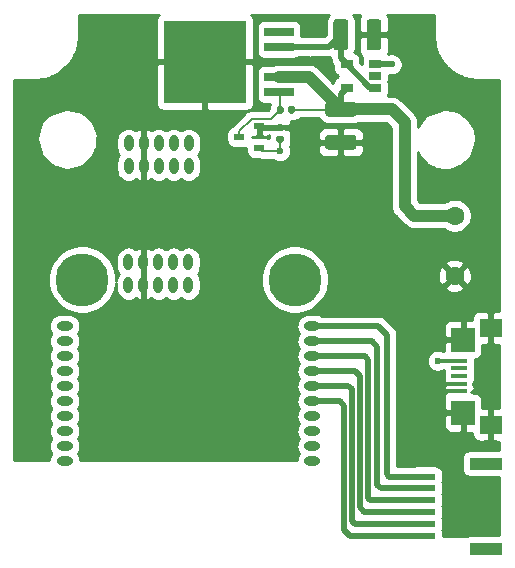
<source format=gbr>
G04 #@! TF.GenerationSoftware,KiCad,Pcbnew,(5.1.6-0-10_14)*
G04 #@! TF.CreationDate,2020-07-22T10:43:18+09:00*
G04 #@! TF.ProjectId,signaltower_host,7369676e-616c-4746-9f77-65725f686f73,rev?*
G04 #@! TF.SameCoordinates,Original*
G04 #@! TF.FileFunction,Copper,L1,Top*
G04 #@! TF.FilePolarity,Positive*
%FSLAX46Y46*%
G04 Gerber Fmt 4.6, Leading zero omitted, Abs format (unit mm)*
G04 Created by KiCad (PCBNEW (5.1.6-0-10_14)) date 2020-07-22 10:43:18*
%MOMM*%
%LPD*%
G01*
G04 APERTURE LIST*
G04 #@! TA.AperFunction,SMDPad,CuDef*
%ADD10R,2.800000X1.000000*%
G04 #@! TD*
G04 #@! TA.AperFunction,SMDPad,CuDef*
%ADD11R,1.700000X0.600000*%
G04 #@! TD*
G04 #@! TA.AperFunction,ComponentPad*
%ADD12C,4.500000*%
G04 #@! TD*
G04 #@! TA.AperFunction,ComponentPad*
%ADD13O,0.800000X1.400000*%
G04 #@! TD*
G04 #@! TA.AperFunction,ComponentPad*
%ADD14O,1.400000X0.800000*%
G04 #@! TD*
G04 #@! TA.AperFunction,SMDPad,CuDef*
%ADD15R,7.000000X7.000000*%
G04 #@! TD*
G04 #@! TA.AperFunction,SMDPad,CuDef*
%ADD16R,2.500000X0.760000*%
G04 #@! TD*
G04 #@! TA.AperFunction,ComponentPad*
%ADD17C,1.600000*%
G04 #@! TD*
G04 #@! TA.AperFunction,SMDPad,CuDef*
%ADD18R,0.900000X0.600000*%
G04 #@! TD*
G04 #@! TA.AperFunction,SMDPad,CuDef*
%ADD19R,1.350000X0.400000*%
G04 #@! TD*
G04 #@! TA.AperFunction,SMDPad,CuDef*
%ADD20R,1.900000X1.600000*%
G04 #@! TD*
G04 #@! TA.AperFunction,SMDPad,CuDef*
%ADD21R,2.000000X2.100000*%
G04 #@! TD*
G04 #@! TA.AperFunction,SMDPad,CuDef*
%ADD22R,1.000000X0.800000*%
G04 #@! TD*
G04 #@! TA.AperFunction,SMDPad,CuDef*
%ADD23R,1.000000X0.700000*%
G04 #@! TD*
G04 #@! TA.AperFunction,ViaPad*
%ADD24C,0.600000*%
G04 #@! TD*
G04 #@! TA.AperFunction,Conductor*
%ADD25C,1.000000*%
G04 #@! TD*
G04 #@! TA.AperFunction,Conductor*
%ADD26C,0.200000*%
G04 #@! TD*
G04 #@! TA.AperFunction,Conductor*
%ADD27C,0.500000*%
G04 #@! TD*
G04 #@! TA.AperFunction,Conductor*
%ADD28C,0.350000*%
G04 #@! TD*
G04 #@! TA.AperFunction,Conductor*
%ADD29C,0.254000*%
G04 #@! TD*
G04 APERTURE END LIST*
D10*
X132200000Y-90200000D03*
X132200000Y-97400000D03*
D11*
X127050000Y-91300000D03*
X127050000Y-92300000D03*
X127050000Y-93300000D03*
X127050000Y-94300000D03*
X127050000Y-95300000D03*
X127050000Y-96300000D03*
D12*
X116000000Y-74625000D03*
X98000000Y-74625000D03*
D13*
X107000000Y-75085000D03*
X105730000Y-75085000D03*
X104460000Y-75085000D03*
X103190000Y-75085000D03*
X101920000Y-75085000D03*
X107000000Y-73165000D03*
X105730000Y-73165000D03*
X104460000Y-73165000D03*
X103190000Y-73165000D03*
X101920000Y-73165000D03*
D14*
X96515000Y-78570000D03*
X96515000Y-79840000D03*
X96515000Y-81110000D03*
X96515000Y-82380000D03*
X96515000Y-83650000D03*
X96515000Y-84920000D03*
X96515000Y-86190000D03*
X96515000Y-87460000D03*
X117485000Y-78570000D03*
X117485000Y-79840000D03*
X117485000Y-81110000D03*
X117485000Y-82380000D03*
X117485000Y-83650000D03*
X117485000Y-84920000D03*
X117485000Y-86190000D03*
X117485000Y-87460000D03*
X117485000Y-88730000D03*
X117485000Y-90000000D03*
X96515000Y-88730000D03*
X96515000Y-90000000D03*
D13*
X107010000Y-65025000D03*
X105740000Y-65025000D03*
X104470000Y-65025000D03*
X103200000Y-65025000D03*
X101930000Y-65025000D03*
X101930000Y-63105000D03*
X107010000Y-63105000D03*
X105740000Y-63105000D03*
X103200000Y-63105000D03*
X104470000Y-63105000D03*
D15*
X108400000Y-56200000D03*
D16*
X114650000Y-57470000D03*
X114650000Y-58740000D03*
X114650000Y-53660000D03*
X114650000Y-54930000D03*
D17*
X129540000Y-74295000D03*
X129540000Y-69215000D03*
D18*
X111300000Y-62550000D03*
X113000000Y-61600000D03*
X113000000Y-63500000D03*
D19*
X129925000Y-83450000D03*
X129925000Y-82800000D03*
X129925000Y-82150000D03*
X129925000Y-84100000D03*
D20*
X132600000Y-78700000D03*
D21*
X130250000Y-79700000D03*
D20*
X132600000Y-86900000D03*
D19*
X129925000Y-81500000D03*
D21*
X130250000Y-85900000D03*
D22*
X120400000Y-58400000D03*
X120400000Y-56400000D03*
X122800000Y-56400000D03*
X122800000Y-58400000D03*
D23*
X122800000Y-57400000D03*
G04 #@! TA.AperFunction,SMDPad,CuDef*
G36*
G01*
X115060000Y-60077500D02*
X115060000Y-60422500D01*
G75*
G02*
X114912500Y-60570000I-147500J0D01*
G01*
X114617500Y-60570000D01*
G75*
G02*
X114470000Y-60422500I0J147500D01*
G01*
X114470000Y-60077500D01*
G75*
G02*
X114617500Y-59930000I147500J0D01*
G01*
X114912500Y-59930000D01*
G75*
G02*
X115060000Y-60077500I0J-147500D01*
G01*
G37*
G04 #@! TD.AperFunction*
G04 #@! TA.AperFunction,SMDPad,CuDef*
G36*
G01*
X116030000Y-60077500D02*
X116030000Y-60422500D01*
G75*
G02*
X115882500Y-60570000I-147500J0D01*
G01*
X115587500Y-60570000D01*
G75*
G02*
X115440000Y-60422500I0J147500D01*
G01*
X115440000Y-60077500D01*
G75*
G02*
X115587500Y-59930000I147500J0D01*
G01*
X115882500Y-59930000D01*
G75*
G02*
X116030000Y-60077500I0J-147500D01*
G01*
G37*
G04 #@! TD.AperFunction*
G04 #@! TA.AperFunction,SMDPad,CuDef*
G36*
G01*
X114922500Y-62075000D02*
X114577500Y-62075000D01*
G75*
G02*
X114430000Y-61927500I0J147500D01*
G01*
X114430000Y-61632500D01*
G75*
G02*
X114577500Y-61485000I147500J0D01*
G01*
X114922500Y-61485000D01*
G75*
G02*
X115070000Y-61632500I0J-147500D01*
G01*
X115070000Y-61927500D01*
G75*
G02*
X114922500Y-62075000I-147500J0D01*
G01*
G37*
G04 #@! TD.AperFunction*
G04 #@! TA.AperFunction,SMDPad,CuDef*
G36*
G01*
X114922500Y-63045000D02*
X114577500Y-63045000D01*
G75*
G02*
X114430000Y-62897500I0J147500D01*
G01*
X114430000Y-62602500D01*
G75*
G02*
X114577500Y-62455000I147500J0D01*
G01*
X114922500Y-62455000D01*
G75*
G02*
X115070000Y-62602500I0J-147500D01*
G01*
X115070000Y-62897500D01*
G75*
G02*
X114922500Y-63045000I-147500J0D01*
G01*
G37*
G04 #@! TD.AperFunction*
G04 #@! TA.AperFunction,SMDPad,CuDef*
G36*
G01*
X122075000Y-54975000D02*
X122075000Y-52825000D01*
G75*
G02*
X122325000Y-52575000I250000J0D01*
G01*
X123075000Y-52575000D01*
G75*
G02*
X123325000Y-52825000I0J-250000D01*
G01*
X123325000Y-54975000D01*
G75*
G02*
X123075000Y-55225000I-250000J0D01*
G01*
X122325000Y-55225000D01*
G75*
G02*
X122075000Y-54975000I0J250000D01*
G01*
G37*
G04 #@! TD.AperFunction*
G04 #@! TA.AperFunction,SMDPad,CuDef*
G36*
G01*
X119275000Y-54975000D02*
X119275000Y-52825000D01*
G75*
G02*
X119525000Y-52575000I250000J0D01*
G01*
X120275000Y-52575000D01*
G75*
G02*
X120525000Y-52825000I0J-250000D01*
G01*
X120525000Y-54975000D01*
G75*
G02*
X120275000Y-55225000I-250000J0D01*
G01*
X119525000Y-55225000D01*
G75*
G02*
X119275000Y-54975000I0J250000D01*
G01*
G37*
G04 #@! TD.AperFunction*
G04 #@! TA.AperFunction,SMDPad,CuDef*
G36*
G01*
X118825000Y-62375000D02*
X120975000Y-62375000D01*
G75*
G02*
X121225000Y-62625000I0J-250000D01*
G01*
X121225000Y-63375000D01*
G75*
G02*
X120975000Y-63625000I-250000J0D01*
G01*
X118825000Y-63625000D01*
G75*
G02*
X118575000Y-63375000I0J250000D01*
G01*
X118575000Y-62625000D01*
G75*
G02*
X118825000Y-62375000I250000J0D01*
G01*
G37*
G04 #@! TD.AperFunction*
G04 #@! TA.AperFunction,SMDPad,CuDef*
G36*
G01*
X118825000Y-59575000D02*
X120975000Y-59575000D01*
G75*
G02*
X121225000Y-59825000I0J-250000D01*
G01*
X121225000Y-60575000D01*
G75*
G02*
X120975000Y-60825000I-250000J0D01*
G01*
X118825000Y-60825000D01*
G75*
G02*
X118575000Y-60575000I0J250000D01*
G01*
X118575000Y-59825000D01*
G75*
G02*
X118825000Y-59575000I250000J0D01*
G01*
G37*
G04 #@! TD.AperFunction*
D24*
X117300000Y-54900000D03*
X114750000Y-63750000D03*
X128100000Y-81500000D03*
X124200000Y-56400000D03*
D25*
X117170000Y-57470000D02*
X114650000Y-57470000D01*
X119900000Y-60200000D02*
X117170000Y-57470000D01*
X124200000Y-60200000D02*
X119900000Y-60200000D01*
D26*
X119850000Y-60250000D02*
X119900000Y-60200000D01*
X115735000Y-60250000D02*
X119850000Y-60250000D01*
D27*
X119900000Y-58900000D02*
X120400000Y-58400000D01*
X119900000Y-60200000D02*
X119900000Y-58900000D01*
D25*
X129540000Y-69215000D02*
X126115000Y-69215000D01*
X126115000Y-69215000D02*
X125300000Y-68400000D01*
X125300000Y-61300000D02*
X124200000Y-60200000D01*
X125300000Y-68400000D02*
X125300000Y-61300000D01*
D27*
X118870000Y-54930000D02*
X119900000Y-53900000D01*
X119900000Y-55900000D02*
X120400000Y-56400000D01*
X119900000Y-53900000D02*
X119900000Y-55900000D01*
X122400000Y-58400000D02*
X122800000Y-58400000D01*
X120400000Y-56400000D02*
X122400000Y-58400000D01*
D26*
X117270000Y-54930000D02*
X117300000Y-54900000D01*
X117230000Y-54930000D02*
X117270000Y-54930000D01*
D27*
X114650000Y-54930000D02*
X117230000Y-54930000D01*
X117230000Y-54930000D02*
X118870000Y-54930000D01*
D28*
X129925000Y-84100000D02*
X128100000Y-84100000D01*
X129925000Y-83450000D02*
X128150000Y-83450000D01*
X128100000Y-83500000D02*
X128100000Y-84100000D01*
X128150000Y-83450000D02*
X128100000Y-83500000D01*
D27*
X113180000Y-61780000D02*
X113000000Y-61600000D01*
X114750000Y-61780000D02*
X113180000Y-61780000D01*
D26*
X111300000Y-62050000D02*
X112350000Y-61000000D01*
X111300000Y-62550000D02*
X111300000Y-62050000D01*
X114015000Y-61000000D02*
X114765000Y-60250000D01*
X112350000Y-61000000D02*
X114015000Y-61000000D01*
X114765000Y-58855000D02*
X114650000Y-58740000D01*
X114765000Y-60250000D02*
X114765000Y-58855000D01*
D27*
X125918064Y-95300000D02*
X127050000Y-95300000D01*
X117160000Y-83650000D02*
X120550000Y-83650000D01*
X120550000Y-83650000D02*
X120830010Y-83930010D01*
X120830010Y-83930010D02*
X120830010Y-95030010D01*
X121100000Y-95300000D02*
X125918064Y-95300000D01*
X120830010Y-95030010D02*
X121100000Y-95300000D01*
X125809032Y-94300000D02*
X127050000Y-94300000D01*
X121500000Y-82800000D02*
X121500000Y-93900000D01*
X117160000Y-82380000D02*
X121080000Y-82380000D01*
X121500000Y-93900000D02*
X121900000Y-94300000D01*
X121080000Y-82380000D02*
X121500000Y-82800000D01*
X121900000Y-94300000D02*
X125809032Y-94300000D01*
X117160000Y-81110000D02*
X121910000Y-81110000D01*
X121910000Y-81110000D02*
X122200000Y-81400000D01*
X122200000Y-81400000D02*
X122200000Y-93100000D01*
X122400000Y-93300000D02*
X127050000Y-93300000D01*
X122200000Y-93100000D02*
X122400000Y-93300000D01*
X117160000Y-79840000D02*
X122540000Y-79840000D01*
X122540000Y-79840000D02*
X123000000Y-80300000D01*
X123000000Y-80300000D02*
X123000000Y-92000000D01*
X123300000Y-92300000D02*
X127050000Y-92300000D01*
X123000000Y-92000000D02*
X123300000Y-92300000D01*
X117160000Y-78570000D02*
X123070000Y-78570000D01*
X123070000Y-78570000D02*
X123800000Y-79300000D01*
X123800000Y-79300000D02*
X123800000Y-91100000D01*
X124000000Y-91300000D02*
X127050000Y-91300000D01*
X123800000Y-91100000D02*
X124000000Y-91300000D01*
D28*
X129925000Y-81500000D02*
X128100000Y-81500000D01*
D27*
X122800000Y-56400000D02*
X124200000Y-56400000D01*
D26*
X114750000Y-63750000D02*
X114750000Y-62750000D01*
X113250000Y-63750000D02*
X113000000Y-63500000D01*
X114750000Y-63750000D02*
X113250000Y-63750000D01*
D27*
X120200000Y-95800000D02*
X120200000Y-85300000D01*
X119820000Y-84920000D02*
X117160000Y-84920000D01*
X120700000Y-96300000D02*
X120200000Y-95800000D01*
X120200000Y-85300000D02*
X119820000Y-84920000D01*
X127050000Y-96300000D02*
X120700000Y-96300000D01*
D29*
G36*
X104448815Y-52248815D02*
G01*
X104369463Y-52345506D01*
X104310498Y-52455820D01*
X104274188Y-52575518D01*
X104261928Y-52700000D01*
X104265000Y-55914250D01*
X104423750Y-56073000D01*
X108273000Y-56073000D01*
X108273000Y-56053000D01*
X108527000Y-56053000D01*
X108527000Y-56073000D01*
X112376250Y-56073000D01*
X112535000Y-55914250D01*
X112538072Y-52700000D01*
X112525812Y-52575518D01*
X112489502Y-52455820D01*
X112430537Y-52345506D01*
X112351185Y-52248815D01*
X112303889Y-52210000D01*
X118886400Y-52210000D01*
X118786595Y-52331614D01*
X118704528Y-52485150D01*
X118653992Y-52651746D01*
X118636928Y-52825000D01*
X118636928Y-53911494D01*
X118503422Y-54045000D01*
X117679119Y-54045000D01*
X117572729Y-54000932D01*
X117392089Y-53965000D01*
X117207911Y-53965000D01*
X117027271Y-54000932D01*
X116920881Y-54045000D01*
X116537580Y-54045000D01*
X116538072Y-54040000D01*
X116538072Y-53280000D01*
X116525812Y-53155518D01*
X116489502Y-53035820D01*
X116430537Y-52925506D01*
X116351185Y-52828815D01*
X116254494Y-52749463D01*
X116144180Y-52690498D01*
X116024482Y-52654188D01*
X115900000Y-52641928D01*
X113400000Y-52641928D01*
X113275518Y-52654188D01*
X113155820Y-52690498D01*
X113045506Y-52749463D01*
X112948815Y-52828815D01*
X112869463Y-52925506D01*
X112810498Y-53035820D01*
X112774188Y-53155518D01*
X112761928Y-53280000D01*
X112761928Y-54040000D01*
X112774188Y-54164482D01*
X112810498Y-54284180D01*
X112816282Y-54295000D01*
X112810498Y-54305820D01*
X112774188Y-54425518D01*
X112761928Y-54550000D01*
X112761928Y-55310000D01*
X112774188Y-55434482D01*
X112810498Y-55554180D01*
X112869463Y-55664494D01*
X112948815Y-55761185D01*
X113045506Y-55840537D01*
X113155820Y-55899502D01*
X113275518Y-55935812D01*
X113400000Y-55948072D01*
X115900000Y-55948072D01*
X116024482Y-55935812D01*
X116144180Y-55899502D01*
X116254494Y-55840537D01*
X116285611Y-55815000D01*
X117107366Y-55815000D01*
X117207911Y-55835000D01*
X117392089Y-55835000D01*
X117492634Y-55815000D01*
X118826531Y-55815000D01*
X118870000Y-55819281D01*
X118913469Y-55815000D01*
X118913477Y-55815000D01*
X119015001Y-55805001D01*
X119015001Y-55856521D01*
X119010719Y-55900000D01*
X119027805Y-56073490D01*
X119078412Y-56240313D01*
X119160590Y-56394059D01*
X119243468Y-56495046D01*
X119243471Y-56495049D01*
X119261928Y-56517539D01*
X119261928Y-56800000D01*
X119274188Y-56924482D01*
X119310498Y-57044180D01*
X119369463Y-57154494D01*
X119448815Y-57251185D01*
X119545506Y-57330537D01*
X119655820Y-57389502D01*
X119690427Y-57400000D01*
X119655820Y-57410498D01*
X119545506Y-57469463D01*
X119448815Y-57548815D01*
X119369463Y-57645506D01*
X119310498Y-57755820D01*
X119274188Y-57875518D01*
X119265802Y-57960670D01*
X118011996Y-56706865D01*
X117976449Y-56663551D01*
X117803623Y-56521716D01*
X117606447Y-56416324D01*
X117392499Y-56351423D01*
X117225752Y-56335000D01*
X117225751Y-56335000D01*
X117170000Y-56329509D01*
X117114249Y-56335000D01*
X114594248Y-56335000D01*
X114427501Y-56351423D01*
X114213553Y-56416324D01*
X114146942Y-56451928D01*
X113400000Y-56451928D01*
X113275518Y-56464188D01*
X113155820Y-56500498D01*
X113045506Y-56559463D01*
X112948815Y-56638815D01*
X112869463Y-56735506D01*
X112810498Y-56845820D01*
X112774188Y-56965518D01*
X112761928Y-57090000D01*
X112761928Y-57850000D01*
X112774188Y-57974482D01*
X112810498Y-58094180D01*
X112816282Y-58105000D01*
X112810498Y-58115820D01*
X112774188Y-58235518D01*
X112761928Y-58360000D01*
X112761928Y-59120000D01*
X112774188Y-59244482D01*
X112810498Y-59364180D01*
X112869463Y-59474494D01*
X112948815Y-59571185D01*
X113045506Y-59650537D01*
X113155820Y-59709502D01*
X113275518Y-59745812D01*
X113400000Y-59758072D01*
X113901776Y-59758072D01*
X113891726Y-59776875D01*
X113847023Y-59924243D01*
X113831928Y-60077500D01*
X113831928Y-60143626D01*
X113710554Y-60265000D01*
X112386094Y-60265000D01*
X112349999Y-60261445D01*
X112313904Y-60265000D01*
X112313895Y-60265000D01*
X112205915Y-60275635D01*
X112067367Y-60317663D01*
X111939680Y-60385913D01*
X111827762Y-60477762D01*
X111804746Y-60505807D01*
X110805808Y-61504746D01*
X110777763Y-61527762D01*
X110689713Y-61635049D01*
X110605820Y-61660498D01*
X110495506Y-61719463D01*
X110398815Y-61798815D01*
X110319463Y-61895506D01*
X110260498Y-62005820D01*
X110224188Y-62125518D01*
X110211928Y-62250000D01*
X110211928Y-62850000D01*
X110224188Y-62974482D01*
X110260498Y-63094180D01*
X110319463Y-63204494D01*
X110398815Y-63301185D01*
X110495506Y-63380537D01*
X110605820Y-63439502D01*
X110725518Y-63475812D01*
X110850000Y-63488072D01*
X111750000Y-63488072D01*
X111874482Y-63475812D01*
X111911928Y-63464453D01*
X111911928Y-63800000D01*
X111924188Y-63924482D01*
X111960498Y-64044180D01*
X112019463Y-64154494D01*
X112098815Y-64251185D01*
X112195506Y-64330537D01*
X112305820Y-64389502D01*
X112425518Y-64425812D01*
X112550000Y-64438072D01*
X112986273Y-64438072D01*
X113105915Y-64474365D01*
X113213895Y-64485000D01*
X113213904Y-64485000D01*
X113249999Y-64488555D01*
X113286094Y-64485000D01*
X114167049Y-64485000D01*
X114307111Y-64578586D01*
X114477271Y-64649068D01*
X114657911Y-64685000D01*
X114842089Y-64685000D01*
X115022729Y-64649068D01*
X115192889Y-64578586D01*
X115346028Y-64476262D01*
X115476262Y-64346028D01*
X115578586Y-64192889D01*
X115649068Y-64022729D01*
X115685000Y-63842089D01*
X115685000Y-63657911D01*
X115678454Y-63625000D01*
X117936928Y-63625000D01*
X117949188Y-63749482D01*
X117985498Y-63869180D01*
X118044463Y-63979494D01*
X118123815Y-64076185D01*
X118220506Y-64155537D01*
X118330820Y-64214502D01*
X118450518Y-64250812D01*
X118575000Y-64263072D01*
X119614250Y-64260000D01*
X119773000Y-64101250D01*
X119773000Y-63127000D01*
X120027000Y-63127000D01*
X120027000Y-64101250D01*
X120185750Y-64260000D01*
X121225000Y-64263072D01*
X121349482Y-64250812D01*
X121469180Y-64214502D01*
X121579494Y-64155537D01*
X121676185Y-64076185D01*
X121755537Y-63979494D01*
X121814502Y-63869180D01*
X121850812Y-63749482D01*
X121863072Y-63625000D01*
X121860000Y-63285750D01*
X121701250Y-63127000D01*
X120027000Y-63127000D01*
X119773000Y-63127000D01*
X118098750Y-63127000D01*
X117940000Y-63285750D01*
X117936928Y-63625000D01*
X115678454Y-63625000D01*
X115649068Y-63477271D01*
X115583578Y-63319162D01*
X115648274Y-63198125D01*
X115692977Y-63050757D01*
X115708072Y-62897500D01*
X115708072Y-62602500D01*
X115692977Y-62449243D01*
X115670456Y-62375000D01*
X117936928Y-62375000D01*
X117940000Y-62714250D01*
X118098750Y-62873000D01*
X119773000Y-62873000D01*
X119773000Y-61898750D01*
X120027000Y-61898750D01*
X120027000Y-62873000D01*
X121701250Y-62873000D01*
X121860000Y-62714250D01*
X121863072Y-62375000D01*
X121850812Y-62250518D01*
X121814502Y-62130820D01*
X121755537Y-62020506D01*
X121676185Y-61923815D01*
X121579494Y-61844463D01*
X121469180Y-61785498D01*
X121349482Y-61749188D01*
X121225000Y-61736928D01*
X120185750Y-61740000D01*
X120027000Y-61898750D01*
X119773000Y-61898750D01*
X119614250Y-61740000D01*
X118575000Y-61736928D01*
X118450518Y-61749188D01*
X118330820Y-61785498D01*
X118220506Y-61844463D01*
X118123815Y-61923815D01*
X118044463Y-62020506D01*
X117985498Y-62130820D01*
X117949188Y-62250518D01*
X117936928Y-62375000D01*
X115670456Y-62375000D01*
X115655688Y-62326316D01*
X115659502Y-62319180D01*
X115695812Y-62199482D01*
X115708072Y-62075000D01*
X115705000Y-62065750D01*
X115546250Y-61907000D01*
X115279763Y-61907000D01*
X115223125Y-61876726D01*
X115075757Y-61832023D01*
X114922500Y-61816928D01*
X114603000Y-61816928D01*
X114603000Y-61653000D01*
X114623000Y-61653000D01*
X114623000Y-61633000D01*
X114877000Y-61633000D01*
X114877000Y-61653000D01*
X115546250Y-61653000D01*
X115705000Y-61494250D01*
X115708072Y-61485000D01*
X115695812Y-61360518D01*
X115659502Y-61240820D01*
X115641998Y-61208072D01*
X115882500Y-61208072D01*
X116035757Y-61192977D01*
X116183125Y-61148274D01*
X116318940Y-61075679D01*
X116429433Y-60985000D01*
X118042024Y-60985000D01*
X118086595Y-61068386D01*
X118197038Y-61202962D01*
X118331614Y-61313405D01*
X118485150Y-61395472D01*
X118651746Y-61446008D01*
X118825000Y-61463072D01*
X120975000Y-61463072D01*
X121148254Y-61446008D01*
X121314850Y-61395472D01*
X121427985Y-61335000D01*
X123729869Y-61335000D01*
X124165001Y-61770133D01*
X124165000Y-68344248D01*
X124159509Y-68400000D01*
X124165000Y-68455751D01*
X124181423Y-68622498D01*
X124246324Y-68836446D01*
X124351716Y-69033623D01*
X124493551Y-69206449D01*
X124536864Y-69241995D01*
X125273008Y-69978140D01*
X125308551Y-70021449D01*
X125481377Y-70163284D01*
X125678553Y-70268676D01*
X125892501Y-70333577D01*
X126114999Y-70355491D01*
X126170751Y-70350000D01*
X128655716Y-70350000D01*
X128860273Y-70486680D01*
X129121426Y-70594853D01*
X129398665Y-70650000D01*
X129681335Y-70650000D01*
X129958574Y-70594853D01*
X130219727Y-70486680D01*
X130454759Y-70329637D01*
X130654637Y-70129759D01*
X130811680Y-69894727D01*
X130919853Y-69633574D01*
X130975000Y-69356335D01*
X130975000Y-69073665D01*
X130919853Y-68796426D01*
X130811680Y-68535273D01*
X130654637Y-68300241D01*
X130454759Y-68100363D01*
X130219727Y-67943320D01*
X129958574Y-67835147D01*
X129681335Y-67780000D01*
X129398665Y-67780000D01*
X129121426Y-67835147D01*
X128860273Y-67943320D01*
X128655716Y-68080000D01*
X126585132Y-68080000D01*
X126435000Y-67929869D01*
X126435000Y-63849798D01*
X126476252Y-64028557D01*
X126489303Y-64062251D01*
X126503574Y-64082651D01*
X127103574Y-64782651D01*
X127116689Y-64795856D01*
X127136990Y-64810267D01*
X127836990Y-65210267D01*
X127859965Y-65220525D01*
X127884248Y-65226019D01*
X128684248Y-65326019D01*
X128700000Y-65327000D01*
X129100000Y-65327000D01*
X129120537Y-65325329D01*
X129144593Y-65318914D01*
X129944593Y-65018914D01*
X129976200Y-65001600D01*
X130776200Y-64401600D01*
X130800329Y-64377866D01*
X130813592Y-64356796D01*
X131113592Y-63756796D01*
X131123976Y-63727550D01*
X131323976Y-62827550D01*
X131326534Y-62810870D01*
X131326223Y-62785975D01*
X131226223Y-61885975D01*
X131218758Y-61854994D01*
X131207696Y-61832690D01*
X130707696Y-61032690D01*
X130694557Y-61015218D01*
X130676200Y-60998400D01*
X129876200Y-60398400D01*
X129846659Y-60381882D01*
X129822718Y-60375049D01*
X128722718Y-60175049D01*
X128709003Y-60173320D01*
X128684116Y-60173997D01*
X128659839Y-60179517D01*
X127159839Y-60679517D01*
X127135294Y-60690720D01*
X127115218Y-60705443D01*
X127098400Y-60723800D01*
X126498400Y-61523800D01*
X126486348Y-61543323D01*
X126477475Y-61566584D01*
X126435000Y-61722326D01*
X126435000Y-61355751D01*
X126440491Y-61300000D01*
X126418577Y-61077501D01*
X126353676Y-60863553D01*
X126304867Y-60772238D01*
X126248284Y-60666377D01*
X126106449Y-60493551D01*
X126063140Y-60458008D01*
X125041996Y-59436864D01*
X125006449Y-59393551D01*
X124833623Y-59251716D01*
X124636447Y-59146324D01*
X124422499Y-59081423D01*
X124255752Y-59065000D01*
X124255751Y-59065000D01*
X124200000Y-59059509D01*
X124144249Y-59065000D01*
X123878373Y-59065000D01*
X123889502Y-59044180D01*
X123925812Y-58924482D01*
X123938072Y-58800000D01*
X123938072Y-58000000D01*
X123925812Y-57875518D01*
X123925655Y-57875000D01*
X123925812Y-57874482D01*
X123938072Y-57750000D01*
X123938072Y-57301216D01*
X124107911Y-57335000D01*
X124292089Y-57335000D01*
X124472729Y-57299068D01*
X124642889Y-57228586D01*
X124796028Y-57126262D01*
X124926262Y-56996028D01*
X125028586Y-56842889D01*
X125099068Y-56672729D01*
X125135000Y-56492089D01*
X125135000Y-56307911D01*
X125099068Y-56127271D01*
X125028586Y-55957111D01*
X124926262Y-55803972D01*
X124796028Y-55673738D01*
X124642889Y-55571414D01*
X124472729Y-55500932D01*
X124292089Y-55465000D01*
X124107911Y-55465000D01*
X123927271Y-55500932D01*
X123893308Y-55515000D01*
X123890010Y-55515000D01*
X123914502Y-55469180D01*
X123950812Y-55349482D01*
X123963072Y-55225000D01*
X123960000Y-54185750D01*
X123801250Y-54027000D01*
X122827000Y-54027000D01*
X122827000Y-54047000D01*
X122573000Y-54047000D01*
X122573000Y-54027000D01*
X121598750Y-54027000D01*
X121440000Y-54185750D01*
X121436928Y-55225000D01*
X121449188Y-55349482D01*
X121485498Y-55469180D01*
X121544463Y-55579494D01*
X121623815Y-55676185D01*
X121713655Y-55749914D01*
X121710498Y-55755820D01*
X121674188Y-55875518D01*
X121661928Y-56000000D01*
X121661928Y-56410350D01*
X121538072Y-56286494D01*
X121538072Y-56000000D01*
X121525812Y-55875518D01*
X121489502Y-55755820D01*
X121430537Y-55645506D01*
X121351185Y-55548815D01*
X121254494Y-55469463D01*
X121144180Y-55410498D01*
X121058276Y-55384439D01*
X121095472Y-55314850D01*
X121146008Y-55148254D01*
X121163072Y-54975000D01*
X121163072Y-52825000D01*
X121146008Y-52651746D01*
X121095472Y-52485150D01*
X121013405Y-52331614D01*
X120913600Y-52210000D01*
X121553085Y-52210000D01*
X121544463Y-52220506D01*
X121485498Y-52330820D01*
X121449188Y-52450518D01*
X121436928Y-52575000D01*
X121440000Y-53614250D01*
X121598750Y-53773000D01*
X122573000Y-53773000D01*
X122573000Y-53753000D01*
X122827000Y-53753000D01*
X122827000Y-53773000D01*
X123801250Y-53773000D01*
X123960000Y-53614250D01*
X123963072Y-52575000D01*
X123950812Y-52450518D01*
X123914502Y-52330820D01*
X123855537Y-52220506D01*
X123846915Y-52210000D01*
X127790001Y-52210000D01*
X127790000Y-54034876D01*
X127793125Y-54066610D01*
X127792995Y-54085293D01*
X127793962Y-54095159D01*
X127855163Y-54677449D01*
X127868104Y-54740493D01*
X127880161Y-54803697D01*
X127883025Y-54813179D01*
X127883026Y-54813186D01*
X127883029Y-54813192D01*
X128056164Y-55372501D01*
X128081093Y-55431805D01*
X128105206Y-55491487D01*
X128109860Y-55500239D01*
X128388336Y-56015271D01*
X128424310Y-56068605D01*
X128459557Y-56122468D01*
X128465823Y-56130150D01*
X128839033Y-56581283D01*
X128884650Y-56626582D01*
X128929717Y-56672604D01*
X128937356Y-56678922D01*
X129391084Y-57048974D01*
X129444662Y-57084571D01*
X129497781Y-57120942D01*
X129506501Y-57125657D01*
X130023465Y-57400531D01*
X130082935Y-57425043D01*
X130142107Y-57450404D01*
X130151577Y-57453335D01*
X130712085Y-57622562D01*
X130775215Y-57635062D01*
X130838154Y-57648440D01*
X130848013Y-57649476D01*
X131430209Y-57706561D01*
X131465123Y-57710000D01*
X133290000Y-57710000D01*
X133290000Y-77263130D01*
X132885750Y-77265000D01*
X132727000Y-77423750D01*
X132727000Y-78573000D01*
X132747000Y-78573000D01*
X132747000Y-78827000D01*
X132727000Y-78827000D01*
X132727000Y-79976250D01*
X132885750Y-80135000D01*
X133290000Y-80136870D01*
X133290001Y-85463130D01*
X132885750Y-85465000D01*
X132727000Y-85623750D01*
X132727000Y-86773000D01*
X132747000Y-86773000D01*
X132747000Y-87027000D01*
X132727000Y-87027000D01*
X132727000Y-88176250D01*
X132885750Y-88335000D01*
X133290001Y-88336870D01*
X133290001Y-89061928D01*
X130800000Y-89061928D01*
X130675518Y-89074188D01*
X130555820Y-89110498D01*
X130445506Y-89169463D01*
X130348815Y-89248815D01*
X130269463Y-89345506D01*
X130210498Y-89455820D01*
X130174188Y-89575518D01*
X130161928Y-89700000D01*
X130161928Y-90700000D01*
X130174188Y-90824482D01*
X130210498Y-90944180D01*
X130269463Y-91054494D01*
X130348815Y-91151185D01*
X130445506Y-91230537D01*
X130555820Y-91289502D01*
X130675518Y-91325812D01*
X130800000Y-91338072D01*
X133290001Y-91338072D01*
X133290001Y-96261928D01*
X130800000Y-96261928D01*
X130675518Y-96274188D01*
X130555820Y-96310498D01*
X130445506Y-96369463D01*
X130441196Y-96373000D01*
X128538072Y-96373000D01*
X128538072Y-96000000D01*
X128525812Y-95875518D01*
X128502904Y-95800000D01*
X128525812Y-95724482D01*
X128538072Y-95600000D01*
X128538072Y-95000000D01*
X128525812Y-94875518D01*
X128502904Y-94800000D01*
X128525812Y-94724482D01*
X128538072Y-94600000D01*
X128538072Y-94000000D01*
X128525812Y-93875518D01*
X128502904Y-93800000D01*
X128525812Y-93724482D01*
X128538072Y-93600000D01*
X128538072Y-93000000D01*
X128525812Y-92875518D01*
X128502904Y-92800000D01*
X128525812Y-92724482D01*
X128538072Y-92600000D01*
X128538072Y-92000000D01*
X128525812Y-91875518D01*
X128502904Y-91800000D01*
X128525812Y-91724482D01*
X128538072Y-91600000D01*
X128538072Y-91000000D01*
X128525812Y-90875518D01*
X128489502Y-90755820D01*
X128430537Y-90645506D01*
X128351185Y-90548815D01*
X128254494Y-90469463D01*
X128144180Y-90410498D01*
X128024482Y-90374188D01*
X127900000Y-90361928D01*
X126200000Y-90361928D01*
X126075518Y-90374188D01*
X125955820Y-90410498D01*
X125947397Y-90415000D01*
X124685000Y-90415000D01*
X124685000Y-86950000D01*
X128611928Y-86950000D01*
X128624188Y-87074482D01*
X128660498Y-87194180D01*
X128719463Y-87304494D01*
X128798815Y-87401185D01*
X128895506Y-87480537D01*
X129005820Y-87539502D01*
X129125518Y-87575812D01*
X129250000Y-87588072D01*
X129964250Y-87585000D01*
X130123000Y-87426250D01*
X130123000Y-86027000D01*
X128773750Y-86027000D01*
X128615000Y-86185750D01*
X128611928Y-86950000D01*
X124685000Y-86950000D01*
X124685000Y-81407911D01*
X127165000Y-81407911D01*
X127165000Y-81592089D01*
X127200932Y-81772729D01*
X127271414Y-81942889D01*
X127373738Y-82096028D01*
X127503972Y-82226262D01*
X127657111Y-82328586D01*
X127827271Y-82399068D01*
X128007911Y-82435000D01*
X128192089Y-82435000D01*
X128372729Y-82399068D01*
X128542889Y-82328586D01*
X128570705Y-82310000D01*
X128611928Y-82310000D01*
X128611928Y-82350000D01*
X128624188Y-82474482D01*
X128624345Y-82475000D01*
X128624188Y-82475518D01*
X128611928Y-82600000D01*
X128611928Y-83000000D01*
X128624188Y-83124482D01*
X128624988Y-83127120D01*
X128615000Y-83218250D01*
X128682968Y-83286218D01*
X128719463Y-83354494D01*
X128798419Y-83450703D01*
X128725200Y-83537067D01*
X128682149Y-83614601D01*
X128615000Y-83681750D01*
X128625221Y-83775000D01*
X128615000Y-83868250D01*
X128682149Y-83935399D01*
X128725200Y-84012933D01*
X128806088Y-84108343D01*
X128887494Y-84173000D01*
X128773750Y-84173000D01*
X128615000Y-84331750D01*
X128626259Y-84434474D01*
X128664479Y-84553576D01*
X128676679Y-84575548D01*
X128660498Y-84605820D01*
X128624188Y-84725518D01*
X128611928Y-84850000D01*
X128615000Y-85614250D01*
X128773750Y-85773000D01*
X130123000Y-85773000D01*
X130123000Y-85753000D01*
X130377000Y-85753000D01*
X130377000Y-85773000D01*
X130397000Y-85773000D01*
X130397000Y-86027000D01*
X130377000Y-86027000D01*
X130377000Y-87426250D01*
X130535750Y-87585000D01*
X131012603Y-87587051D01*
X131011928Y-87700000D01*
X131024188Y-87824482D01*
X131060498Y-87944180D01*
X131119463Y-88054494D01*
X131198815Y-88151185D01*
X131295506Y-88230537D01*
X131405820Y-88289502D01*
X131525518Y-88325812D01*
X131650000Y-88338072D01*
X132314250Y-88335000D01*
X132473000Y-88176250D01*
X132473000Y-87027000D01*
X132453000Y-87027000D01*
X132453000Y-86773000D01*
X132473000Y-86773000D01*
X132473000Y-85623750D01*
X132314250Y-85465000D01*
X131885608Y-85463018D01*
X131888072Y-84850000D01*
X131875812Y-84725518D01*
X131839502Y-84605820D01*
X131780537Y-84495506D01*
X131701185Y-84398815D01*
X131604494Y-84319463D01*
X131494180Y-84260498D01*
X131374482Y-84224188D01*
X131250000Y-84211928D01*
X131115755Y-84212505D01*
X131076250Y-84173000D01*
X130962506Y-84173000D01*
X131043912Y-84108343D01*
X131124800Y-84012933D01*
X131167851Y-83935399D01*
X131235000Y-83868250D01*
X131224779Y-83775000D01*
X131235000Y-83681750D01*
X131167851Y-83614601D01*
X131124800Y-83537067D01*
X131051581Y-83450703D01*
X131130537Y-83354494D01*
X131167032Y-83286218D01*
X131235000Y-83218250D01*
X131225012Y-83127120D01*
X131225812Y-83124482D01*
X131238072Y-83000000D01*
X131238072Y-82600000D01*
X131225812Y-82475518D01*
X131225655Y-82475000D01*
X131225812Y-82474482D01*
X131238072Y-82350000D01*
X131238072Y-81950000D01*
X131225812Y-81825518D01*
X131225655Y-81825000D01*
X131225812Y-81824482D01*
X131238072Y-81700000D01*
X131238072Y-81388021D01*
X131250000Y-81388072D01*
X131374482Y-81375812D01*
X131494180Y-81339502D01*
X131604494Y-81280537D01*
X131701185Y-81201185D01*
X131780537Y-81104494D01*
X131839502Y-80994180D01*
X131875812Y-80874482D01*
X131888072Y-80750000D01*
X131885608Y-80136982D01*
X132314250Y-80135000D01*
X132473000Y-79976250D01*
X132473000Y-78827000D01*
X132453000Y-78827000D01*
X132453000Y-78573000D01*
X132473000Y-78573000D01*
X132473000Y-77423750D01*
X132314250Y-77265000D01*
X131650000Y-77261928D01*
X131525518Y-77274188D01*
X131405820Y-77310498D01*
X131295506Y-77369463D01*
X131198815Y-77448815D01*
X131119463Y-77545506D01*
X131060498Y-77655820D01*
X131024188Y-77775518D01*
X131011928Y-77900000D01*
X131012603Y-78012949D01*
X130535750Y-78015000D01*
X130377000Y-78173750D01*
X130377000Y-79573000D01*
X130397000Y-79573000D01*
X130397000Y-79827000D01*
X130377000Y-79827000D01*
X130377000Y-79847000D01*
X130123000Y-79847000D01*
X130123000Y-79827000D01*
X128773750Y-79827000D01*
X128615000Y-79985750D01*
X128612169Y-80690000D01*
X128570705Y-80690000D01*
X128542889Y-80671414D01*
X128372729Y-80600932D01*
X128192089Y-80565000D01*
X128007911Y-80565000D01*
X127827271Y-80600932D01*
X127657111Y-80671414D01*
X127503972Y-80773738D01*
X127373738Y-80903972D01*
X127271414Y-81057111D01*
X127200932Y-81227271D01*
X127165000Y-81407911D01*
X124685000Y-81407911D01*
X124685000Y-79343469D01*
X124689281Y-79300000D01*
X124685000Y-79256531D01*
X124685000Y-79256523D01*
X124672195Y-79126510D01*
X124621589Y-78959687D01*
X124539411Y-78805941D01*
X124512291Y-78772895D01*
X124456532Y-78704953D01*
X124456530Y-78704951D01*
X124428817Y-78671183D01*
X124403006Y-78650000D01*
X128611928Y-78650000D01*
X128615000Y-79414250D01*
X128773750Y-79573000D01*
X130123000Y-79573000D01*
X130123000Y-78173750D01*
X129964250Y-78015000D01*
X129250000Y-78011928D01*
X129125518Y-78024188D01*
X129005820Y-78060498D01*
X128895506Y-78119463D01*
X128798815Y-78198815D01*
X128719463Y-78295506D01*
X128660498Y-78405820D01*
X128624188Y-78525518D01*
X128611928Y-78650000D01*
X124403006Y-78650000D01*
X124395050Y-78643471D01*
X123726534Y-77974956D01*
X123698817Y-77941183D01*
X123564059Y-77830589D01*
X123410313Y-77748411D01*
X123243490Y-77697805D01*
X123113477Y-77685000D01*
X123113469Y-77685000D01*
X123070000Y-77680719D01*
X123026531Y-77685000D01*
X118324882Y-77685000D01*
X118182993Y-77609159D01*
X117987895Y-77549976D01*
X117835838Y-77535000D01*
X117134162Y-77535000D01*
X116982105Y-77549976D01*
X116787007Y-77609159D01*
X116607203Y-77705266D01*
X116449604Y-77834604D01*
X116320266Y-77992203D01*
X116224159Y-78172007D01*
X116164976Y-78367105D01*
X116144993Y-78570000D01*
X116164976Y-78772895D01*
X116224159Y-78967993D01*
X116320266Y-79147797D01*
X116367211Y-79205000D01*
X116320266Y-79262203D01*
X116224159Y-79442007D01*
X116164976Y-79637105D01*
X116144993Y-79840000D01*
X116164976Y-80042895D01*
X116224159Y-80237993D01*
X116320266Y-80417797D01*
X116367211Y-80475000D01*
X116320266Y-80532203D01*
X116224159Y-80712007D01*
X116164976Y-80907105D01*
X116144993Y-81110000D01*
X116164976Y-81312895D01*
X116224159Y-81507993D01*
X116320266Y-81687797D01*
X116367211Y-81745000D01*
X116320266Y-81802203D01*
X116224159Y-81982007D01*
X116164976Y-82177105D01*
X116144993Y-82380000D01*
X116164976Y-82582895D01*
X116224159Y-82777993D01*
X116320266Y-82957797D01*
X116367211Y-83015000D01*
X116320266Y-83072203D01*
X116224159Y-83252007D01*
X116164976Y-83447105D01*
X116144993Y-83650000D01*
X116164976Y-83852895D01*
X116224159Y-84047993D01*
X116320266Y-84227797D01*
X116367211Y-84285000D01*
X116320266Y-84342203D01*
X116224159Y-84522007D01*
X116164976Y-84717105D01*
X116144993Y-84920000D01*
X116164976Y-85122895D01*
X116224159Y-85317993D01*
X116320266Y-85497797D01*
X116367211Y-85555000D01*
X116320266Y-85612203D01*
X116224159Y-85792007D01*
X116164976Y-85987105D01*
X116144993Y-86190000D01*
X116164976Y-86392895D01*
X116224159Y-86587993D01*
X116320266Y-86767797D01*
X116367211Y-86825000D01*
X116320266Y-86882203D01*
X116224159Y-87062007D01*
X116164976Y-87257105D01*
X116144993Y-87460000D01*
X116164976Y-87662895D01*
X116224159Y-87857993D01*
X116320266Y-88037797D01*
X116367211Y-88095000D01*
X116320266Y-88152203D01*
X116224159Y-88332007D01*
X116164976Y-88527105D01*
X116144993Y-88730000D01*
X116164976Y-88932895D01*
X116224159Y-89127993D01*
X116320266Y-89307797D01*
X116367211Y-89365000D01*
X116320266Y-89422203D01*
X116224159Y-89602007D01*
X116164976Y-89797105D01*
X116157501Y-89873000D01*
X97842499Y-89873000D01*
X97835024Y-89797105D01*
X97775841Y-89602007D01*
X97679734Y-89422203D01*
X97632789Y-89365000D01*
X97679734Y-89307797D01*
X97775841Y-89127993D01*
X97835024Y-88932895D01*
X97855007Y-88730000D01*
X97835024Y-88527105D01*
X97775841Y-88332007D01*
X97679734Y-88152203D01*
X97632789Y-88095000D01*
X97679734Y-88037797D01*
X97775841Y-87857993D01*
X97835024Y-87662895D01*
X97855007Y-87460000D01*
X97835024Y-87257105D01*
X97775841Y-87062007D01*
X97679734Y-86882203D01*
X97632789Y-86825000D01*
X97679734Y-86767797D01*
X97775841Y-86587993D01*
X97835024Y-86392895D01*
X97855007Y-86190000D01*
X97835024Y-85987105D01*
X97775841Y-85792007D01*
X97679734Y-85612203D01*
X97632789Y-85555000D01*
X97679734Y-85497797D01*
X97775841Y-85317993D01*
X97835024Y-85122895D01*
X97855007Y-84920000D01*
X97835024Y-84717105D01*
X97775841Y-84522007D01*
X97679734Y-84342203D01*
X97632789Y-84285000D01*
X97679734Y-84227797D01*
X97775841Y-84047993D01*
X97835024Y-83852895D01*
X97855007Y-83650000D01*
X97835024Y-83447105D01*
X97775841Y-83252007D01*
X97679734Y-83072203D01*
X97632789Y-83015000D01*
X97679734Y-82957797D01*
X97775841Y-82777993D01*
X97835024Y-82582895D01*
X97855007Y-82380000D01*
X97835024Y-82177105D01*
X97775841Y-81982007D01*
X97679734Y-81802203D01*
X97632789Y-81745000D01*
X97679734Y-81687797D01*
X97775841Y-81507993D01*
X97835024Y-81312895D01*
X97855007Y-81110000D01*
X97835024Y-80907105D01*
X97775841Y-80712007D01*
X97679734Y-80532203D01*
X97632789Y-80475000D01*
X97679734Y-80417797D01*
X97775841Y-80237993D01*
X97835024Y-80042895D01*
X97855007Y-79840000D01*
X97835024Y-79637105D01*
X97775841Y-79442007D01*
X97679734Y-79262203D01*
X97632789Y-79205000D01*
X97679734Y-79147797D01*
X97775841Y-78967993D01*
X97835024Y-78772895D01*
X97855007Y-78570000D01*
X97835024Y-78367105D01*
X97775841Y-78172007D01*
X97679734Y-77992203D01*
X97550396Y-77834604D01*
X97392797Y-77705266D01*
X97212993Y-77609159D01*
X97017895Y-77549976D01*
X96865838Y-77535000D01*
X96164162Y-77535000D01*
X96012105Y-77549976D01*
X95817007Y-77609159D01*
X95637203Y-77705266D01*
X95479604Y-77834604D01*
X95350266Y-77992203D01*
X95254159Y-78172007D01*
X95194976Y-78367105D01*
X95174993Y-78570000D01*
X95194976Y-78772895D01*
X95254159Y-78967993D01*
X95350266Y-79147797D01*
X95397211Y-79205000D01*
X95350266Y-79262203D01*
X95254159Y-79442007D01*
X95194976Y-79637105D01*
X95174993Y-79840000D01*
X95194976Y-80042895D01*
X95254159Y-80237993D01*
X95350266Y-80417797D01*
X95397211Y-80475000D01*
X95350266Y-80532203D01*
X95254159Y-80712007D01*
X95194976Y-80907105D01*
X95174993Y-81110000D01*
X95194976Y-81312895D01*
X95254159Y-81507993D01*
X95350266Y-81687797D01*
X95397211Y-81745000D01*
X95350266Y-81802203D01*
X95254159Y-81982007D01*
X95194976Y-82177105D01*
X95174993Y-82380000D01*
X95194976Y-82582895D01*
X95254159Y-82777993D01*
X95350266Y-82957797D01*
X95397211Y-83015000D01*
X95350266Y-83072203D01*
X95254159Y-83252007D01*
X95194976Y-83447105D01*
X95174993Y-83650000D01*
X95194976Y-83852895D01*
X95254159Y-84047993D01*
X95350266Y-84227797D01*
X95397211Y-84285000D01*
X95350266Y-84342203D01*
X95254159Y-84522007D01*
X95194976Y-84717105D01*
X95174993Y-84920000D01*
X95194976Y-85122895D01*
X95254159Y-85317993D01*
X95350266Y-85497797D01*
X95397211Y-85555000D01*
X95350266Y-85612203D01*
X95254159Y-85792007D01*
X95194976Y-85987105D01*
X95174993Y-86190000D01*
X95194976Y-86392895D01*
X95254159Y-86587993D01*
X95350266Y-86767797D01*
X95397211Y-86825000D01*
X95350266Y-86882203D01*
X95254159Y-87062007D01*
X95194976Y-87257105D01*
X95174993Y-87460000D01*
X95194976Y-87662895D01*
X95254159Y-87857993D01*
X95350266Y-88037797D01*
X95397211Y-88095000D01*
X95350266Y-88152203D01*
X95254159Y-88332007D01*
X95194976Y-88527105D01*
X95174993Y-88730000D01*
X95194976Y-88932895D01*
X95254159Y-89127993D01*
X95350266Y-89307797D01*
X95397211Y-89365000D01*
X95350266Y-89422203D01*
X95254159Y-89602007D01*
X95194976Y-89797105D01*
X95187501Y-89873000D01*
X92210000Y-89873000D01*
X92210000Y-74340852D01*
X95115000Y-74340852D01*
X95115000Y-74909148D01*
X95225869Y-75466523D01*
X95443346Y-75991560D01*
X95759074Y-76464080D01*
X96160920Y-76865926D01*
X96633440Y-77181654D01*
X97158477Y-77399131D01*
X97715852Y-77510000D01*
X98284148Y-77510000D01*
X98841523Y-77399131D01*
X99366560Y-77181654D01*
X99839080Y-76865926D01*
X100240926Y-76464080D01*
X100556654Y-75991560D01*
X100774131Y-75466523D01*
X100885000Y-74909148D01*
X100885000Y-75435838D01*
X100899976Y-75587895D01*
X100959160Y-75782993D01*
X101055267Y-75962797D01*
X101184605Y-76120396D01*
X101342204Y-76249734D01*
X101522008Y-76345841D01*
X101717106Y-76405024D01*
X101920000Y-76425007D01*
X102122895Y-76405024D01*
X102317993Y-76345841D01*
X102497797Y-76249734D01*
X102549267Y-76207494D01*
X102720582Y-76316128D01*
X102903877Y-76379666D01*
X103063000Y-76251998D01*
X103063000Y-75212000D01*
X103043000Y-75212000D01*
X103043000Y-74958000D01*
X103063000Y-74958000D01*
X103063000Y-73292000D01*
X103043000Y-73292000D01*
X103043000Y-73038000D01*
X103063000Y-73038000D01*
X103063000Y-71998002D01*
X103317000Y-71998002D01*
X103317000Y-73038000D01*
X103337000Y-73038000D01*
X103337000Y-73292000D01*
X103317000Y-73292000D01*
X103317000Y-74958000D01*
X103337000Y-74958000D01*
X103337000Y-75212000D01*
X103317000Y-75212000D01*
X103317000Y-76251998D01*
X103476123Y-76379666D01*
X103659418Y-76316128D01*
X103830734Y-76207494D01*
X103882204Y-76249734D01*
X104062008Y-76345841D01*
X104257106Y-76405024D01*
X104460000Y-76425007D01*
X104662895Y-76405024D01*
X104857993Y-76345841D01*
X105037797Y-76249734D01*
X105095001Y-76202788D01*
X105152204Y-76249734D01*
X105332008Y-76345841D01*
X105527106Y-76405024D01*
X105730000Y-76425007D01*
X105932895Y-76405024D01*
X106127993Y-76345841D01*
X106307797Y-76249734D01*
X106365001Y-76202788D01*
X106422204Y-76249734D01*
X106602008Y-76345841D01*
X106797106Y-76405024D01*
X107000000Y-76425007D01*
X107202895Y-76405024D01*
X107397993Y-76345841D01*
X107577797Y-76249734D01*
X107735396Y-76120396D01*
X107864734Y-75962797D01*
X107960841Y-75782992D01*
X108020024Y-75587894D01*
X108035000Y-75435837D01*
X108035000Y-74734162D01*
X108020024Y-74582105D01*
X107960841Y-74387007D01*
X107936171Y-74340852D01*
X113115000Y-74340852D01*
X113115000Y-74909148D01*
X113225869Y-75466523D01*
X113443346Y-75991560D01*
X113759074Y-76464080D01*
X114160920Y-76865926D01*
X114633440Y-77181654D01*
X115158477Y-77399131D01*
X115715852Y-77510000D01*
X116284148Y-77510000D01*
X116841523Y-77399131D01*
X117366560Y-77181654D01*
X117839080Y-76865926D01*
X118240926Y-76464080D01*
X118556654Y-75991560D01*
X118774131Y-75466523D01*
X118809700Y-75287702D01*
X128726903Y-75287702D01*
X128798486Y-75531671D01*
X129053996Y-75652571D01*
X129328184Y-75721300D01*
X129610512Y-75735217D01*
X129890130Y-75693787D01*
X130156292Y-75598603D01*
X130281514Y-75531671D01*
X130353097Y-75287702D01*
X129540000Y-74474605D01*
X128726903Y-75287702D01*
X118809700Y-75287702D01*
X118885000Y-74909148D01*
X118885000Y-74365512D01*
X128099783Y-74365512D01*
X128141213Y-74645130D01*
X128236397Y-74911292D01*
X128303329Y-75036514D01*
X128547298Y-75108097D01*
X129360395Y-74295000D01*
X129719605Y-74295000D01*
X130532702Y-75108097D01*
X130776671Y-75036514D01*
X130897571Y-74781004D01*
X130966300Y-74506816D01*
X130980217Y-74224488D01*
X130938787Y-73944870D01*
X130843603Y-73678708D01*
X130776671Y-73553486D01*
X130532702Y-73481903D01*
X129719605Y-74295000D01*
X129360395Y-74295000D01*
X128547298Y-73481903D01*
X128303329Y-73553486D01*
X128182429Y-73808996D01*
X128113700Y-74083184D01*
X128099783Y-74365512D01*
X118885000Y-74365512D01*
X118885000Y-74340852D01*
X118774131Y-73783477D01*
X118574821Y-73302298D01*
X128726903Y-73302298D01*
X129540000Y-74115395D01*
X130353097Y-73302298D01*
X130281514Y-73058329D01*
X130026004Y-72937429D01*
X129751816Y-72868700D01*
X129469488Y-72854783D01*
X129189870Y-72896213D01*
X128923708Y-72991397D01*
X128798486Y-73058329D01*
X128726903Y-73302298D01*
X118574821Y-73302298D01*
X118556654Y-73258440D01*
X118240926Y-72785920D01*
X117839080Y-72384074D01*
X117366560Y-72068346D01*
X116841523Y-71850869D01*
X116284148Y-71740000D01*
X115715852Y-71740000D01*
X115158477Y-71850869D01*
X114633440Y-72068346D01*
X114160920Y-72384074D01*
X113759074Y-72785920D01*
X113443346Y-73258440D01*
X113225869Y-73783477D01*
X113115000Y-74340852D01*
X107936171Y-74340852D01*
X107864734Y-74207203D01*
X107797272Y-74125000D01*
X107864734Y-74042797D01*
X107960841Y-73862993D01*
X108020024Y-73667895D01*
X108035000Y-73515838D01*
X108035000Y-72814163D01*
X108020024Y-72662106D01*
X107960841Y-72467008D01*
X107864734Y-72287203D01*
X107735396Y-72129604D01*
X107577797Y-72000266D01*
X107397993Y-71904159D01*
X107202895Y-71844976D01*
X107000000Y-71824993D01*
X106797106Y-71844976D01*
X106602008Y-71904159D01*
X106422204Y-72000266D01*
X106365001Y-72047212D01*
X106307797Y-72000266D01*
X106127993Y-71904159D01*
X105932895Y-71844976D01*
X105730000Y-71824993D01*
X105527106Y-71844976D01*
X105332008Y-71904159D01*
X105152204Y-72000266D01*
X105095001Y-72047212D01*
X105037797Y-72000266D01*
X104857993Y-71904159D01*
X104662895Y-71844976D01*
X104460000Y-71824993D01*
X104257106Y-71844976D01*
X104062008Y-71904159D01*
X103882204Y-72000266D01*
X103830734Y-72042506D01*
X103659418Y-71933872D01*
X103476123Y-71870334D01*
X103317000Y-71998002D01*
X103063000Y-71998002D01*
X102903877Y-71870334D01*
X102720582Y-71933872D01*
X102549267Y-72042506D01*
X102497797Y-72000266D01*
X102317993Y-71904159D01*
X102122895Y-71844976D01*
X101920000Y-71824993D01*
X101717106Y-71844976D01*
X101522008Y-71904159D01*
X101342204Y-72000266D01*
X101184605Y-72129604D01*
X101055267Y-72287203D01*
X100959160Y-72467007D01*
X100899976Y-72662105D01*
X100885000Y-72814162D01*
X100885000Y-73515837D01*
X100899976Y-73667894D01*
X100959159Y-73862992D01*
X101055266Y-74042797D01*
X101122728Y-74125000D01*
X101055266Y-74207203D01*
X100959159Y-74387008D01*
X100899976Y-74582106D01*
X100885000Y-74734162D01*
X100885000Y-74340852D01*
X100774131Y-73783477D01*
X100556654Y-73258440D01*
X100240926Y-72785920D01*
X99839080Y-72384074D01*
X99366560Y-72068346D01*
X98841523Y-71850869D01*
X98284148Y-71740000D01*
X97715852Y-71740000D01*
X97158477Y-71850869D01*
X96633440Y-72068346D01*
X96160920Y-72384074D01*
X95759074Y-72785920D01*
X95443346Y-73258440D01*
X95225869Y-73783477D01*
X95115000Y-74340852D01*
X92210000Y-74340852D01*
X92210000Y-62710396D01*
X94173426Y-62710396D01*
X94177886Y-62734890D01*
X94577886Y-64134890D01*
X94585724Y-64155407D01*
X94598729Y-64176637D01*
X94615626Y-64194921D01*
X95515626Y-64994921D01*
X95543323Y-65013652D01*
X95566584Y-65022525D01*
X96666584Y-65322525D01*
X96697905Y-65326983D01*
X96722718Y-65324951D01*
X97822718Y-65124951D01*
X97841627Y-65119984D01*
X97864235Y-65109558D01*
X97884374Y-65094921D01*
X98784374Y-64294921D01*
X98800329Y-64277866D01*
X98813592Y-64256796D01*
X99213592Y-63456796D01*
X99221476Y-63437048D01*
X99226370Y-63412637D01*
X99292217Y-62754163D01*
X100895000Y-62754163D01*
X100895000Y-63455838D01*
X100909976Y-63607895D01*
X100969160Y-63802993D01*
X101065267Y-63982797D01*
X101132729Y-64065000D01*
X101065267Y-64147203D01*
X100969160Y-64327007D01*
X100909976Y-64522105D01*
X100895000Y-64674162D01*
X100895000Y-65375837D01*
X100909976Y-65527894D01*
X100969159Y-65722992D01*
X101065266Y-65902797D01*
X101194604Y-66060396D01*
X101352203Y-66189734D01*
X101532007Y-66285841D01*
X101727105Y-66345024D01*
X101930000Y-66365007D01*
X102132894Y-66345024D01*
X102327992Y-66285841D01*
X102507797Y-66189734D01*
X102559267Y-66147494D01*
X102730582Y-66256128D01*
X102913877Y-66319666D01*
X103073000Y-66191998D01*
X103073000Y-65152000D01*
X103053000Y-65152000D01*
X103053000Y-64898000D01*
X103073000Y-64898000D01*
X103073000Y-63232000D01*
X103053000Y-63232000D01*
X103053000Y-62978000D01*
X103073000Y-62978000D01*
X103073000Y-61938002D01*
X103327000Y-61938002D01*
X103327000Y-62978000D01*
X103347000Y-62978000D01*
X103347000Y-63232000D01*
X103327000Y-63232000D01*
X103327000Y-64898000D01*
X103347000Y-64898000D01*
X103347000Y-65152000D01*
X103327000Y-65152000D01*
X103327000Y-66191998D01*
X103486123Y-66319666D01*
X103669418Y-66256128D01*
X103840733Y-66147494D01*
X103892203Y-66189734D01*
X104072007Y-66285841D01*
X104267105Y-66345024D01*
X104470000Y-66365007D01*
X104672894Y-66345024D01*
X104867992Y-66285841D01*
X105047797Y-66189734D01*
X105105000Y-66142789D01*
X105162203Y-66189734D01*
X105342007Y-66285841D01*
X105537105Y-66345024D01*
X105740000Y-66365007D01*
X105942894Y-66345024D01*
X106137992Y-66285841D01*
X106317797Y-66189734D01*
X106375000Y-66142789D01*
X106432203Y-66189734D01*
X106612007Y-66285841D01*
X106807105Y-66345024D01*
X107010000Y-66365007D01*
X107212894Y-66345024D01*
X107407992Y-66285841D01*
X107587797Y-66189734D01*
X107745396Y-66060396D01*
X107874734Y-65902797D01*
X107970841Y-65722993D01*
X108030024Y-65527895D01*
X108045000Y-65375838D01*
X108045000Y-64674163D01*
X108030024Y-64522106D01*
X107970841Y-64327008D01*
X107874734Y-64147203D01*
X107807272Y-64065000D01*
X107874734Y-63982797D01*
X107970841Y-63802992D01*
X108030024Y-63607894D01*
X108045000Y-63455837D01*
X108045000Y-62754162D01*
X108030024Y-62602105D01*
X107970841Y-62407007D01*
X107874734Y-62227203D01*
X107745396Y-62069604D01*
X107587797Y-61940266D01*
X107407992Y-61844159D01*
X107212894Y-61784976D01*
X107010000Y-61764993D01*
X106807105Y-61784976D01*
X106612007Y-61844159D01*
X106432203Y-61940266D01*
X106375000Y-61987211D01*
X106317797Y-61940266D01*
X106137992Y-61844159D01*
X105942894Y-61784976D01*
X105740000Y-61764993D01*
X105537105Y-61784976D01*
X105342007Y-61844159D01*
X105162203Y-61940266D01*
X105105000Y-61987211D01*
X105047797Y-61940266D01*
X104867992Y-61844159D01*
X104672894Y-61784976D01*
X104470000Y-61764993D01*
X104267105Y-61784976D01*
X104072007Y-61844159D01*
X103892203Y-61940266D01*
X103840733Y-61982506D01*
X103669418Y-61873872D01*
X103486123Y-61810334D01*
X103327000Y-61938002D01*
X103073000Y-61938002D01*
X102913877Y-61810334D01*
X102730582Y-61873872D01*
X102559267Y-61982506D01*
X102507797Y-61940266D01*
X102327992Y-61844159D01*
X102132894Y-61784976D01*
X101930000Y-61764993D01*
X101727105Y-61784976D01*
X101532007Y-61844159D01*
X101352203Y-61940266D01*
X101194604Y-62069604D01*
X101065266Y-62227203D01*
X100969159Y-62407008D01*
X100909976Y-62602106D01*
X100895000Y-62754163D01*
X99292217Y-62754163D01*
X99326370Y-62412637D01*
X99324853Y-62376744D01*
X99317917Y-62352833D01*
X98917917Y-61352833D01*
X98905597Y-61329443D01*
X98889803Y-61310197D01*
X98089803Y-60510197D01*
X98073740Y-60496600D01*
X98052150Y-60484201D01*
X98028557Y-60476252D01*
X96728557Y-60176252D01*
X96711946Y-60173563D01*
X96687050Y-60173662D01*
X96662651Y-60178616D01*
X95362651Y-60578616D01*
X95336623Y-60589944D01*
X95316370Y-60604423D01*
X94516370Y-61304423D01*
X94496600Y-61326260D01*
X94484201Y-61347850D01*
X94476252Y-61371443D01*
X94176252Y-62671443D01*
X94173830Y-62685503D01*
X94173426Y-62710396D01*
X92210000Y-62710396D01*
X92210000Y-59700000D01*
X104261928Y-59700000D01*
X104274188Y-59824482D01*
X104310498Y-59944180D01*
X104369463Y-60054494D01*
X104448815Y-60151185D01*
X104545506Y-60230537D01*
X104655820Y-60289502D01*
X104775518Y-60325812D01*
X104900000Y-60338072D01*
X108114250Y-60335000D01*
X108273000Y-60176250D01*
X108273000Y-56327000D01*
X108527000Y-56327000D01*
X108527000Y-60176250D01*
X108685750Y-60335000D01*
X111900000Y-60338072D01*
X112024482Y-60325812D01*
X112144180Y-60289502D01*
X112254494Y-60230537D01*
X112351185Y-60151185D01*
X112430537Y-60054494D01*
X112489502Y-59944180D01*
X112525812Y-59824482D01*
X112538072Y-59700000D01*
X112535000Y-56485750D01*
X112376250Y-56327000D01*
X108527000Y-56327000D01*
X108273000Y-56327000D01*
X104423750Y-56327000D01*
X104265000Y-56485750D01*
X104261928Y-59700000D01*
X92210000Y-59700000D01*
X92210000Y-57710000D01*
X94034877Y-57710000D01*
X94066611Y-57706875D01*
X94085293Y-57707005D01*
X94095159Y-57706038D01*
X94677449Y-57644837D01*
X94740493Y-57631896D01*
X94803697Y-57619839D01*
X94813179Y-57616975D01*
X94813186Y-57616974D01*
X94813192Y-57616971D01*
X95372501Y-57443836D01*
X95431805Y-57418907D01*
X95491487Y-57394794D01*
X95500239Y-57390140D01*
X96015271Y-57111664D01*
X96068605Y-57075690D01*
X96122468Y-57040443D01*
X96130150Y-57034177D01*
X96581283Y-56660967D01*
X96626582Y-56615350D01*
X96672604Y-56570283D01*
X96678922Y-56562644D01*
X97048974Y-56108916D01*
X97084571Y-56055338D01*
X97120942Y-56002219D01*
X97125657Y-55993499D01*
X97400531Y-55476535D01*
X97425043Y-55417065D01*
X97450404Y-55357893D01*
X97453335Y-55348423D01*
X97622562Y-54787915D01*
X97635062Y-54724785D01*
X97648440Y-54661846D01*
X97649476Y-54651987D01*
X97706611Y-54069285D01*
X97710000Y-54034877D01*
X97710000Y-52210000D01*
X104496111Y-52210000D01*
X104448815Y-52248815D01*
G37*
X104448815Y-52248815D02*
X104369463Y-52345506D01*
X104310498Y-52455820D01*
X104274188Y-52575518D01*
X104261928Y-52700000D01*
X104265000Y-55914250D01*
X104423750Y-56073000D01*
X108273000Y-56073000D01*
X108273000Y-56053000D01*
X108527000Y-56053000D01*
X108527000Y-56073000D01*
X112376250Y-56073000D01*
X112535000Y-55914250D01*
X112538072Y-52700000D01*
X112525812Y-52575518D01*
X112489502Y-52455820D01*
X112430537Y-52345506D01*
X112351185Y-52248815D01*
X112303889Y-52210000D01*
X118886400Y-52210000D01*
X118786595Y-52331614D01*
X118704528Y-52485150D01*
X118653992Y-52651746D01*
X118636928Y-52825000D01*
X118636928Y-53911494D01*
X118503422Y-54045000D01*
X117679119Y-54045000D01*
X117572729Y-54000932D01*
X117392089Y-53965000D01*
X117207911Y-53965000D01*
X117027271Y-54000932D01*
X116920881Y-54045000D01*
X116537580Y-54045000D01*
X116538072Y-54040000D01*
X116538072Y-53280000D01*
X116525812Y-53155518D01*
X116489502Y-53035820D01*
X116430537Y-52925506D01*
X116351185Y-52828815D01*
X116254494Y-52749463D01*
X116144180Y-52690498D01*
X116024482Y-52654188D01*
X115900000Y-52641928D01*
X113400000Y-52641928D01*
X113275518Y-52654188D01*
X113155820Y-52690498D01*
X113045506Y-52749463D01*
X112948815Y-52828815D01*
X112869463Y-52925506D01*
X112810498Y-53035820D01*
X112774188Y-53155518D01*
X112761928Y-53280000D01*
X112761928Y-54040000D01*
X112774188Y-54164482D01*
X112810498Y-54284180D01*
X112816282Y-54295000D01*
X112810498Y-54305820D01*
X112774188Y-54425518D01*
X112761928Y-54550000D01*
X112761928Y-55310000D01*
X112774188Y-55434482D01*
X112810498Y-55554180D01*
X112869463Y-55664494D01*
X112948815Y-55761185D01*
X113045506Y-55840537D01*
X113155820Y-55899502D01*
X113275518Y-55935812D01*
X113400000Y-55948072D01*
X115900000Y-55948072D01*
X116024482Y-55935812D01*
X116144180Y-55899502D01*
X116254494Y-55840537D01*
X116285611Y-55815000D01*
X117107366Y-55815000D01*
X117207911Y-55835000D01*
X117392089Y-55835000D01*
X117492634Y-55815000D01*
X118826531Y-55815000D01*
X118870000Y-55819281D01*
X118913469Y-55815000D01*
X118913477Y-55815000D01*
X119015001Y-55805001D01*
X119015001Y-55856521D01*
X119010719Y-55900000D01*
X119027805Y-56073490D01*
X119078412Y-56240313D01*
X119160590Y-56394059D01*
X119243468Y-56495046D01*
X119243471Y-56495049D01*
X119261928Y-56517539D01*
X119261928Y-56800000D01*
X119274188Y-56924482D01*
X119310498Y-57044180D01*
X119369463Y-57154494D01*
X119448815Y-57251185D01*
X119545506Y-57330537D01*
X119655820Y-57389502D01*
X119690427Y-57400000D01*
X119655820Y-57410498D01*
X119545506Y-57469463D01*
X119448815Y-57548815D01*
X119369463Y-57645506D01*
X119310498Y-57755820D01*
X119274188Y-57875518D01*
X119265802Y-57960670D01*
X118011996Y-56706865D01*
X117976449Y-56663551D01*
X117803623Y-56521716D01*
X117606447Y-56416324D01*
X117392499Y-56351423D01*
X117225752Y-56335000D01*
X117225751Y-56335000D01*
X117170000Y-56329509D01*
X117114249Y-56335000D01*
X114594248Y-56335000D01*
X114427501Y-56351423D01*
X114213553Y-56416324D01*
X114146942Y-56451928D01*
X113400000Y-56451928D01*
X113275518Y-56464188D01*
X113155820Y-56500498D01*
X113045506Y-56559463D01*
X112948815Y-56638815D01*
X112869463Y-56735506D01*
X112810498Y-56845820D01*
X112774188Y-56965518D01*
X112761928Y-57090000D01*
X112761928Y-57850000D01*
X112774188Y-57974482D01*
X112810498Y-58094180D01*
X112816282Y-58105000D01*
X112810498Y-58115820D01*
X112774188Y-58235518D01*
X112761928Y-58360000D01*
X112761928Y-59120000D01*
X112774188Y-59244482D01*
X112810498Y-59364180D01*
X112869463Y-59474494D01*
X112948815Y-59571185D01*
X113045506Y-59650537D01*
X113155820Y-59709502D01*
X113275518Y-59745812D01*
X113400000Y-59758072D01*
X113901776Y-59758072D01*
X113891726Y-59776875D01*
X113847023Y-59924243D01*
X113831928Y-60077500D01*
X113831928Y-60143626D01*
X113710554Y-60265000D01*
X112386094Y-60265000D01*
X112349999Y-60261445D01*
X112313904Y-60265000D01*
X112313895Y-60265000D01*
X112205915Y-60275635D01*
X112067367Y-60317663D01*
X111939680Y-60385913D01*
X111827762Y-60477762D01*
X111804746Y-60505807D01*
X110805808Y-61504746D01*
X110777763Y-61527762D01*
X110689713Y-61635049D01*
X110605820Y-61660498D01*
X110495506Y-61719463D01*
X110398815Y-61798815D01*
X110319463Y-61895506D01*
X110260498Y-62005820D01*
X110224188Y-62125518D01*
X110211928Y-62250000D01*
X110211928Y-62850000D01*
X110224188Y-62974482D01*
X110260498Y-63094180D01*
X110319463Y-63204494D01*
X110398815Y-63301185D01*
X110495506Y-63380537D01*
X110605820Y-63439502D01*
X110725518Y-63475812D01*
X110850000Y-63488072D01*
X111750000Y-63488072D01*
X111874482Y-63475812D01*
X111911928Y-63464453D01*
X111911928Y-63800000D01*
X111924188Y-63924482D01*
X111960498Y-64044180D01*
X112019463Y-64154494D01*
X112098815Y-64251185D01*
X112195506Y-64330537D01*
X112305820Y-64389502D01*
X112425518Y-64425812D01*
X112550000Y-64438072D01*
X112986273Y-64438072D01*
X113105915Y-64474365D01*
X113213895Y-64485000D01*
X113213904Y-64485000D01*
X113249999Y-64488555D01*
X113286094Y-64485000D01*
X114167049Y-64485000D01*
X114307111Y-64578586D01*
X114477271Y-64649068D01*
X114657911Y-64685000D01*
X114842089Y-64685000D01*
X115022729Y-64649068D01*
X115192889Y-64578586D01*
X115346028Y-64476262D01*
X115476262Y-64346028D01*
X115578586Y-64192889D01*
X115649068Y-64022729D01*
X115685000Y-63842089D01*
X115685000Y-63657911D01*
X115678454Y-63625000D01*
X117936928Y-63625000D01*
X117949188Y-63749482D01*
X117985498Y-63869180D01*
X118044463Y-63979494D01*
X118123815Y-64076185D01*
X118220506Y-64155537D01*
X118330820Y-64214502D01*
X118450518Y-64250812D01*
X118575000Y-64263072D01*
X119614250Y-64260000D01*
X119773000Y-64101250D01*
X119773000Y-63127000D01*
X120027000Y-63127000D01*
X120027000Y-64101250D01*
X120185750Y-64260000D01*
X121225000Y-64263072D01*
X121349482Y-64250812D01*
X121469180Y-64214502D01*
X121579494Y-64155537D01*
X121676185Y-64076185D01*
X121755537Y-63979494D01*
X121814502Y-63869180D01*
X121850812Y-63749482D01*
X121863072Y-63625000D01*
X121860000Y-63285750D01*
X121701250Y-63127000D01*
X120027000Y-63127000D01*
X119773000Y-63127000D01*
X118098750Y-63127000D01*
X117940000Y-63285750D01*
X117936928Y-63625000D01*
X115678454Y-63625000D01*
X115649068Y-63477271D01*
X115583578Y-63319162D01*
X115648274Y-63198125D01*
X115692977Y-63050757D01*
X115708072Y-62897500D01*
X115708072Y-62602500D01*
X115692977Y-62449243D01*
X115670456Y-62375000D01*
X117936928Y-62375000D01*
X117940000Y-62714250D01*
X118098750Y-62873000D01*
X119773000Y-62873000D01*
X119773000Y-61898750D01*
X120027000Y-61898750D01*
X120027000Y-62873000D01*
X121701250Y-62873000D01*
X121860000Y-62714250D01*
X121863072Y-62375000D01*
X121850812Y-62250518D01*
X121814502Y-62130820D01*
X121755537Y-62020506D01*
X121676185Y-61923815D01*
X121579494Y-61844463D01*
X121469180Y-61785498D01*
X121349482Y-61749188D01*
X121225000Y-61736928D01*
X120185750Y-61740000D01*
X120027000Y-61898750D01*
X119773000Y-61898750D01*
X119614250Y-61740000D01*
X118575000Y-61736928D01*
X118450518Y-61749188D01*
X118330820Y-61785498D01*
X118220506Y-61844463D01*
X118123815Y-61923815D01*
X118044463Y-62020506D01*
X117985498Y-62130820D01*
X117949188Y-62250518D01*
X117936928Y-62375000D01*
X115670456Y-62375000D01*
X115655688Y-62326316D01*
X115659502Y-62319180D01*
X115695812Y-62199482D01*
X115708072Y-62075000D01*
X115705000Y-62065750D01*
X115546250Y-61907000D01*
X115279763Y-61907000D01*
X115223125Y-61876726D01*
X115075757Y-61832023D01*
X114922500Y-61816928D01*
X114603000Y-61816928D01*
X114603000Y-61653000D01*
X114623000Y-61653000D01*
X114623000Y-61633000D01*
X114877000Y-61633000D01*
X114877000Y-61653000D01*
X115546250Y-61653000D01*
X115705000Y-61494250D01*
X115708072Y-61485000D01*
X115695812Y-61360518D01*
X115659502Y-61240820D01*
X115641998Y-61208072D01*
X115882500Y-61208072D01*
X116035757Y-61192977D01*
X116183125Y-61148274D01*
X116318940Y-61075679D01*
X116429433Y-60985000D01*
X118042024Y-60985000D01*
X118086595Y-61068386D01*
X118197038Y-61202962D01*
X118331614Y-61313405D01*
X118485150Y-61395472D01*
X118651746Y-61446008D01*
X118825000Y-61463072D01*
X120975000Y-61463072D01*
X121148254Y-61446008D01*
X121314850Y-61395472D01*
X121427985Y-61335000D01*
X123729869Y-61335000D01*
X124165001Y-61770133D01*
X124165000Y-68344248D01*
X124159509Y-68400000D01*
X124165000Y-68455751D01*
X124181423Y-68622498D01*
X124246324Y-68836446D01*
X124351716Y-69033623D01*
X124493551Y-69206449D01*
X124536864Y-69241995D01*
X125273008Y-69978140D01*
X125308551Y-70021449D01*
X125481377Y-70163284D01*
X125678553Y-70268676D01*
X125892501Y-70333577D01*
X126114999Y-70355491D01*
X126170751Y-70350000D01*
X128655716Y-70350000D01*
X128860273Y-70486680D01*
X129121426Y-70594853D01*
X129398665Y-70650000D01*
X129681335Y-70650000D01*
X129958574Y-70594853D01*
X130219727Y-70486680D01*
X130454759Y-70329637D01*
X130654637Y-70129759D01*
X130811680Y-69894727D01*
X130919853Y-69633574D01*
X130975000Y-69356335D01*
X130975000Y-69073665D01*
X130919853Y-68796426D01*
X130811680Y-68535273D01*
X130654637Y-68300241D01*
X130454759Y-68100363D01*
X130219727Y-67943320D01*
X129958574Y-67835147D01*
X129681335Y-67780000D01*
X129398665Y-67780000D01*
X129121426Y-67835147D01*
X128860273Y-67943320D01*
X128655716Y-68080000D01*
X126585132Y-68080000D01*
X126435000Y-67929869D01*
X126435000Y-63849798D01*
X126476252Y-64028557D01*
X126489303Y-64062251D01*
X126503574Y-64082651D01*
X127103574Y-64782651D01*
X127116689Y-64795856D01*
X127136990Y-64810267D01*
X127836990Y-65210267D01*
X127859965Y-65220525D01*
X127884248Y-65226019D01*
X128684248Y-65326019D01*
X128700000Y-65327000D01*
X129100000Y-65327000D01*
X129120537Y-65325329D01*
X129144593Y-65318914D01*
X129944593Y-65018914D01*
X129976200Y-65001600D01*
X130776200Y-64401600D01*
X130800329Y-64377866D01*
X130813592Y-64356796D01*
X131113592Y-63756796D01*
X131123976Y-63727550D01*
X131323976Y-62827550D01*
X131326534Y-62810870D01*
X131326223Y-62785975D01*
X131226223Y-61885975D01*
X131218758Y-61854994D01*
X131207696Y-61832690D01*
X130707696Y-61032690D01*
X130694557Y-61015218D01*
X130676200Y-60998400D01*
X129876200Y-60398400D01*
X129846659Y-60381882D01*
X129822718Y-60375049D01*
X128722718Y-60175049D01*
X128709003Y-60173320D01*
X128684116Y-60173997D01*
X128659839Y-60179517D01*
X127159839Y-60679517D01*
X127135294Y-60690720D01*
X127115218Y-60705443D01*
X127098400Y-60723800D01*
X126498400Y-61523800D01*
X126486348Y-61543323D01*
X126477475Y-61566584D01*
X126435000Y-61722326D01*
X126435000Y-61355751D01*
X126440491Y-61300000D01*
X126418577Y-61077501D01*
X126353676Y-60863553D01*
X126304867Y-60772238D01*
X126248284Y-60666377D01*
X126106449Y-60493551D01*
X126063140Y-60458008D01*
X125041996Y-59436864D01*
X125006449Y-59393551D01*
X124833623Y-59251716D01*
X124636447Y-59146324D01*
X124422499Y-59081423D01*
X124255752Y-59065000D01*
X124255751Y-59065000D01*
X124200000Y-59059509D01*
X124144249Y-59065000D01*
X123878373Y-59065000D01*
X123889502Y-59044180D01*
X123925812Y-58924482D01*
X123938072Y-58800000D01*
X123938072Y-58000000D01*
X123925812Y-57875518D01*
X123925655Y-57875000D01*
X123925812Y-57874482D01*
X123938072Y-57750000D01*
X123938072Y-57301216D01*
X124107911Y-57335000D01*
X124292089Y-57335000D01*
X124472729Y-57299068D01*
X124642889Y-57228586D01*
X124796028Y-57126262D01*
X124926262Y-56996028D01*
X125028586Y-56842889D01*
X125099068Y-56672729D01*
X125135000Y-56492089D01*
X125135000Y-56307911D01*
X125099068Y-56127271D01*
X125028586Y-55957111D01*
X124926262Y-55803972D01*
X124796028Y-55673738D01*
X124642889Y-55571414D01*
X124472729Y-55500932D01*
X124292089Y-55465000D01*
X124107911Y-55465000D01*
X123927271Y-55500932D01*
X123893308Y-55515000D01*
X123890010Y-55515000D01*
X123914502Y-55469180D01*
X123950812Y-55349482D01*
X123963072Y-55225000D01*
X123960000Y-54185750D01*
X123801250Y-54027000D01*
X122827000Y-54027000D01*
X122827000Y-54047000D01*
X122573000Y-54047000D01*
X122573000Y-54027000D01*
X121598750Y-54027000D01*
X121440000Y-54185750D01*
X121436928Y-55225000D01*
X121449188Y-55349482D01*
X121485498Y-55469180D01*
X121544463Y-55579494D01*
X121623815Y-55676185D01*
X121713655Y-55749914D01*
X121710498Y-55755820D01*
X121674188Y-55875518D01*
X121661928Y-56000000D01*
X121661928Y-56410350D01*
X121538072Y-56286494D01*
X121538072Y-56000000D01*
X121525812Y-55875518D01*
X121489502Y-55755820D01*
X121430537Y-55645506D01*
X121351185Y-55548815D01*
X121254494Y-55469463D01*
X121144180Y-55410498D01*
X121058276Y-55384439D01*
X121095472Y-55314850D01*
X121146008Y-55148254D01*
X121163072Y-54975000D01*
X121163072Y-52825000D01*
X121146008Y-52651746D01*
X121095472Y-52485150D01*
X121013405Y-52331614D01*
X120913600Y-52210000D01*
X121553085Y-52210000D01*
X121544463Y-52220506D01*
X121485498Y-52330820D01*
X121449188Y-52450518D01*
X121436928Y-52575000D01*
X121440000Y-53614250D01*
X121598750Y-53773000D01*
X122573000Y-53773000D01*
X122573000Y-53753000D01*
X122827000Y-53753000D01*
X122827000Y-53773000D01*
X123801250Y-53773000D01*
X123960000Y-53614250D01*
X123963072Y-52575000D01*
X123950812Y-52450518D01*
X123914502Y-52330820D01*
X123855537Y-52220506D01*
X123846915Y-52210000D01*
X127790001Y-52210000D01*
X127790000Y-54034876D01*
X127793125Y-54066610D01*
X127792995Y-54085293D01*
X127793962Y-54095159D01*
X127855163Y-54677449D01*
X127868104Y-54740493D01*
X127880161Y-54803697D01*
X127883025Y-54813179D01*
X127883026Y-54813186D01*
X127883029Y-54813192D01*
X128056164Y-55372501D01*
X128081093Y-55431805D01*
X128105206Y-55491487D01*
X128109860Y-55500239D01*
X128388336Y-56015271D01*
X128424310Y-56068605D01*
X128459557Y-56122468D01*
X128465823Y-56130150D01*
X128839033Y-56581283D01*
X128884650Y-56626582D01*
X128929717Y-56672604D01*
X128937356Y-56678922D01*
X129391084Y-57048974D01*
X129444662Y-57084571D01*
X129497781Y-57120942D01*
X129506501Y-57125657D01*
X130023465Y-57400531D01*
X130082935Y-57425043D01*
X130142107Y-57450404D01*
X130151577Y-57453335D01*
X130712085Y-57622562D01*
X130775215Y-57635062D01*
X130838154Y-57648440D01*
X130848013Y-57649476D01*
X131430209Y-57706561D01*
X131465123Y-57710000D01*
X133290000Y-57710000D01*
X133290000Y-77263130D01*
X132885750Y-77265000D01*
X132727000Y-77423750D01*
X132727000Y-78573000D01*
X132747000Y-78573000D01*
X132747000Y-78827000D01*
X132727000Y-78827000D01*
X132727000Y-79976250D01*
X132885750Y-80135000D01*
X133290000Y-80136870D01*
X133290001Y-85463130D01*
X132885750Y-85465000D01*
X132727000Y-85623750D01*
X132727000Y-86773000D01*
X132747000Y-86773000D01*
X132747000Y-87027000D01*
X132727000Y-87027000D01*
X132727000Y-88176250D01*
X132885750Y-88335000D01*
X133290001Y-88336870D01*
X133290001Y-89061928D01*
X130800000Y-89061928D01*
X130675518Y-89074188D01*
X130555820Y-89110498D01*
X130445506Y-89169463D01*
X130348815Y-89248815D01*
X130269463Y-89345506D01*
X130210498Y-89455820D01*
X130174188Y-89575518D01*
X130161928Y-89700000D01*
X130161928Y-90700000D01*
X130174188Y-90824482D01*
X130210498Y-90944180D01*
X130269463Y-91054494D01*
X130348815Y-91151185D01*
X130445506Y-91230537D01*
X130555820Y-91289502D01*
X130675518Y-91325812D01*
X130800000Y-91338072D01*
X133290001Y-91338072D01*
X133290001Y-96261928D01*
X130800000Y-96261928D01*
X130675518Y-96274188D01*
X130555820Y-96310498D01*
X130445506Y-96369463D01*
X130441196Y-96373000D01*
X128538072Y-96373000D01*
X128538072Y-96000000D01*
X128525812Y-95875518D01*
X128502904Y-95800000D01*
X128525812Y-95724482D01*
X128538072Y-95600000D01*
X128538072Y-95000000D01*
X128525812Y-94875518D01*
X128502904Y-94800000D01*
X128525812Y-94724482D01*
X128538072Y-94600000D01*
X128538072Y-94000000D01*
X128525812Y-93875518D01*
X128502904Y-93800000D01*
X128525812Y-93724482D01*
X128538072Y-93600000D01*
X128538072Y-93000000D01*
X128525812Y-92875518D01*
X128502904Y-92800000D01*
X128525812Y-92724482D01*
X128538072Y-92600000D01*
X128538072Y-92000000D01*
X128525812Y-91875518D01*
X128502904Y-91800000D01*
X128525812Y-91724482D01*
X128538072Y-91600000D01*
X128538072Y-91000000D01*
X128525812Y-90875518D01*
X128489502Y-90755820D01*
X128430537Y-90645506D01*
X128351185Y-90548815D01*
X128254494Y-90469463D01*
X128144180Y-90410498D01*
X128024482Y-90374188D01*
X127900000Y-90361928D01*
X126200000Y-90361928D01*
X126075518Y-90374188D01*
X125955820Y-90410498D01*
X125947397Y-90415000D01*
X124685000Y-90415000D01*
X124685000Y-86950000D01*
X128611928Y-86950000D01*
X128624188Y-87074482D01*
X128660498Y-87194180D01*
X128719463Y-87304494D01*
X128798815Y-87401185D01*
X128895506Y-87480537D01*
X129005820Y-87539502D01*
X129125518Y-87575812D01*
X129250000Y-87588072D01*
X129964250Y-87585000D01*
X130123000Y-87426250D01*
X130123000Y-86027000D01*
X128773750Y-86027000D01*
X128615000Y-86185750D01*
X128611928Y-86950000D01*
X124685000Y-86950000D01*
X124685000Y-81407911D01*
X127165000Y-81407911D01*
X127165000Y-81592089D01*
X127200932Y-81772729D01*
X127271414Y-81942889D01*
X127373738Y-82096028D01*
X127503972Y-82226262D01*
X127657111Y-82328586D01*
X127827271Y-82399068D01*
X128007911Y-82435000D01*
X128192089Y-82435000D01*
X128372729Y-82399068D01*
X128542889Y-82328586D01*
X128570705Y-82310000D01*
X128611928Y-82310000D01*
X128611928Y-82350000D01*
X128624188Y-82474482D01*
X128624345Y-82475000D01*
X128624188Y-82475518D01*
X128611928Y-82600000D01*
X128611928Y-83000000D01*
X128624188Y-83124482D01*
X128624988Y-83127120D01*
X128615000Y-83218250D01*
X128682968Y-83286218D01*
X128719463Y-83354494D01*
X128798419Y-83450703D01*
X128725200Y-83537067D01*
X128682149Y-83614601D01*
X128615000Y-83681750D01*
X128625221Y-83775000D01*
X128615000Y-83868250D01*
X128682149Y-83935399D01*
X128725200Y-84012933D01*
X128806088Y-84108343D01*
X128887494Y-84173000D01*
X128773750Y-84173000D01*
X128615000Y-84331750D01*
X128626259Y-84434474D01*
X128664479Y-84553576D01*
X128676679Y-84575548D01*
X128660498Y-84605820D01*
X128624188Y-84725518D01*
X128611928Y-84850000D01*
X128615000Y-85614250D01*
X128773750Y-85773000D01*
X130123000Y-85773000D01*
X130123000Y-85753000D01*
X130377000Y-85753000D01*
X130377000Y-85773000D01*
X130397000Y-85773000D01*
X130397000Y-86027000D01*
X130377000Y-86027000D01*
X130377000Y-87426250D01*
X130535750Y-87585000D01*
X131012603Y-87587051D01*
X131011928Y-87700000D01*
X131024188Y-87824482D01*
X131060498Y-87944180D01*
X131119463Y-88054494D01*
X131198815Y-88151185D01*
X131295506Y-88230537D01*
X131405820Y-88289502D01*
X131525518Y-88325812D01*
X131650000Y-88338072D01*
X132314250Y-88335000D01*
X132473000Y-88176250D01*
X132473000Y-87027000D01*
X132453000Y-87027000D01*
X132453000Y-86773000D01*
X132473000Y-86773000D01*
X132473000Y-85623750D01*
X132314250Y-85465000D01*
X131885608Y-85463018D01*
X131888072Y-84850000D01*
X131875812Y-84725518D01*
X131839502Y-84605820D01*
X131780537Y-84495506D01*
X131701185Y-84398815D01*
X131604494Y-84319463D01*
X131494180Y-84260498D01*
X131374482Y-84224188D01*
X131250000Y-84211928D01*
X131115755Y-84212505D01*
X131076250Y-84173000D01*
X130962506Y-84173000D01*
X131043912Y-84108343D01*
X131124800Y-84012933D01*
X131167851Y-83935399D01*
X131235000Y-83868250D01*
X131224779Y-83775000D01*
X131235000Y-83681750D01*
X131167851Y-83614601D01*
X131124800Y-83537067D01*
X131051581Y-83450703D01*
X131130537Y-83354494D01*
X131167032Y-83286218D01*
X131235000Y-83218250D01*
X131225012Y-83127120D01*
X131225812Y-83124482D01*
X131238072Y-83000000D01*
X131238072Y-82600000D01*
X131225812Y-82475518D01*
X131225655Y-82475000D01*
X131225812Y-82474482D01*
X131238072Y-82350000D01*
X131238072Y-81950000D01*
X131225812Y-81825518D01*
X131225655Y-81825000D01*
X131225812Y-81824482D01*
X131238072Y-81700000D01*
X131238072Y-81388021D01*
X131250000Y-81388072D01*
X131374482Y-81375812D01*
X131494180Y-81339502D01*
X131604494Y-81280537D01*
X131701185Y-81201185D01*
X131780537Y-81104494D01*
X131839502Y-80994180D01*
X131875812Y-80874482D01*
X131888072Y-80750000D01*
X131885608Y-80136982D01*
X132314250Y-80135000D01*
X132473000Y-79976250D01*
X132473000Y-78827000D01*
X132453000Y-78827000D01*
X132453000Y-78573000D01*
X132473000Y-78573000D01*
X132473000Y-77423750D01*
X132314250Y-77265000D01*
X131650000Y-77261928D01*
X131525518Y-77274188D01*
X131405820Y-77310498D01*
X131295506Y-77369463D01*
X131198815Y-77448815D01*
X131119463Y-77545506D01*
X131060498Y-77655820D01*
X131024188Y-77775518D01*
X131011928Y-77900000D01*
X131012603Y-78012949D01*
X130535750Y-78015000D01*
X130377000Y-78173750D01*
X130377000Y-79573000D01*
X130397000Y-79573000D01*
X130397000Y-79827000D01*
X130377000Y-79827000D01*
X130377000Y-79847000D01*
X130123000Y-79847000D01*
X130123000Y-79827000D01*
X128773750Y-79827000D01*
X128615000Y-79985750D01*
X128612169Y-80690000D01*
X128570705Y-80690000D01*
X128542889Y-80671414D01*
X128372729Y-80600932D01*
X128192089Y-80565000D01*
X128007911Y-80565000D01*
X127827271Y-80600932D01*
X127657111Y-80671414D01*
X127503972Y-80773738D01*
X127373738Y-80903972D01*
X127271414Y-81057111D01*
X127200932Y-81227271D01*
X127165000Y-81407911D01*
X124685000Y-81407911D01*
X124685000Y-79343469D01*
X124689281Y-79300000D01*
X124685000Y-79256531D01*
X124685000Y-79256523D01*
X124672195Y-79126510D01*
X124621589Y-78959687D01*
X124539411Y-78805941D01*
X124512291Y-78772895D01*
X124456532Y-78704953D01*
X124456530Y-78704951D01*
X124428817Y-78671183D01*
X124403006Y-78650000D01*
X128611928Y-78650000D01*
X128615000Y-79414250D01*
X128773750Y-79573000D01*
X130123000Y-79573000D01*
X130123000Y-78173750D01*
X129964250Y-78015000D01*
X129250000Y-78011928D01*
X129125518Y-78024188D01*
X129005820Y-78060498D01*
X128895506Y-78119463D01*
X128798815Y-78198815D01*
X128719463Y-78295506D01*
X128660498Y-78405820D01*
X128624188Y-78525518D01*
X128611928Y-78650000D01*
X124403006Y-78650000D01*
X124395050Y-78643471D01*
X123726534Y-77974956D01*
X123698817Y-77941183D01*
X123564059Y-77830589D01*
X123410313Y-77748411D01*
X123243490Y-77697805D01*
X123113477Y-77685000D01*
X123113469Y-77685000D01*
X123070000Y-77680719D01*
X123026531Y-77685000D01*
X118324882Y-77685000D01*
X118182993Y-77609159D01*
X117987895Y-77549976D01*
X117835838Y-77535000D01*
X117134162Y-77535000D01*
X116982105Y-77549976D01*
X116787007Y-77609159D01*
X116607203Y-77705266D01*
X116449604Y-77834604D01*
X116320266Y-77992203D01*
X116224159Y-78172007D01*
X116164976Y-78367105D01*
X116144993Y-78570000D01*
X116164976Y-78772895D01*
X116224159Y-78967993D01*
X116320266Y-79147797D01*
X116367211Y-79205000D01*
X116320266Y-79262203D01*
X116224159Y-79442007D01*
X116164976Y-79637105D01*
X116144993Y-79840000D01*
X116164976Y-80042895D01*
X116224159Y-80237993D01*
X116320266Y-80417797D01*
X116367211Y-80475000D01*
X116320266Y-80532203D01*
X116224159Y-80712007D01*
X116164976Y-80907105D01*
X116144993Y-81110000D01*
X116164976Y-81312895D01*
X116224159Y-81507993D01*
X116320266Y-81687797D01*
X116367211Y-81745000D01*
X116320266Y-81802203D01*
X116224159Y-81982007D01*
X116164976Y-82177105D01*
X116144993Y-82380000D01*
X116164976Y-82582895D01*
X116224159Y-82777993D01*
X116320266Y-82957797D01*
X116367211Y-83015000D01*
X116320266Y-83072203D01*
X116224159Y-83252007D01*
X116164976Y-83447105D01*
X116144993Y-83650000D01*
X116164976Y-83852895D01*
X116224159Y-84047993D01*
X116320266Y-84227797D01*
X116367211Y-84285000D01*
X116320266Y-84342203D01*
X116224159Y-84522007D01*
X116164976Y-84717105D01*
X116144993Y-84920000D01*
X116164976Y-85122895D01*
X116224159Y-85317993D01*
X116320266Y-85497797D01*
X116367211Y-85555000D01*
X116320266Y-85612203D01*
X116224159Y-85792007D01*
X116164976Y-85987105D01*
X116144993Y-86190000D01*
X116164976Y-86392895D01*
X116224159Y-86587993D01*
X116320266Y-86767797D01*
X116367211Y-86825000D01*
X116320266Y-86882203D01*
X116224159Y-87062007D01*
X116164976Y-87257105D01*
X116144993Y-87460000D01*
X116164976Y-87662895D01*
X116224159Y-87857993D01*
X116320266Y-88037797D01*
X116367211Y-88095000D01*
X116320266Y-88152203D01*
X116224159Y-88332007D01*
X116164976Y-88527105D01*
X116144993Y-88730000D01*
X116164976Y-88932895D01*
X116224159Y-89127993D01*
X116320266Y-89307797D01*
X116367211Y-89365000D01*
X116320266Y-89422203D01*
X116224159Y-89602007D01*
X116164976Y-89797105D01*
X116157501Y-89873000D01*
X97842499Y-89873000D01*
X97835024Y-89797105D01*
X97775841Y-89602007D01*
X97679734Y-89422203D01*
X97632789Y-89365000D01*
X97679734Y-89307797D01*
X97775841Y-89127993D01*
X97835024Y-88932895D01*
X97855007Y-88730000D01*
X97835024Y-88527105D01*
X97775841Y-88332007D01*
X97679734Y-88152203D01*
X97632789Y-88095000D01*
X97679734Y-88037797D01*
X97775841Y-87857993D01*
X97835024Y-87662895D01*
X97855007Y-87460000D01*
X97835024Y-87257105D01*
X97775841Y-87062007D01*
X97679734Y-86882203D01*
X97632789Y-86825000D01*
X97679734Y-86767797D01*
X97775841Y-86587993D01*
X97835024Y-86392895D01*
X97855007Y-86190000D01*
X97835024Y-85987105D01*
X97775841Y-85792007D01*
X97679734Y-85612203D01*
X97632789Y-85555000D01*
X97679734Y-85497797D01*
X97775841Y-85317993D01*
X97835024Y-85122895D01*
X97855007Y-84920000D01*
X97835024Y-84717105D01*
X97775841Y-84522007D01*
X97679734Y-84342203D01*
X97632789Y-84285000D01*
X97679734Y-84227797D01*
X97775841Y-84047993D01*
X97835024Y-83852895D01*
X97855007Y-83650000D01*
X97835024Y-83447105D01*
X97775841Y-83252007D01*
X97679734Y-83072203D01*
X97632789Y-83015000D01*
X97679734Y-82957797D01*
X97775841Y-82777993D01*
X97835024Y-82582895D01*
X97855007Y-82380000D01*
X97835024Y-82177105D01*
X97775841Y-81982007D01*
X97679734Y-81802203D01*
X97632789Y-81745000D01*
X97679734Y-81687797D01*
X97775841Y-81507993D01*
X97835024Y-81312895D01*
X97855007Y-81110000D01*
X97835024Y-80907105D01*
X97775841Y-80712007D01*
X97679734Y-80532203D01*
X97632789Y-80475000D01*
X97679734Y-80417797D01*
X97775841Y-80237993D01*
X97835024Y-80042895D01*
X97855007Y-79840000D01*
X97835024Y-79637105D01*
X97775841Y-79442007D01*
X97679734Y-79262203D01*
X97632789Y-79205000D01*
X97679734Y-79147797D01*
X97775841Y-78967993D01*
X97835024Y-78772895D01*
X97855007Y-78570000D01*
X97835024Y-78367105D01*
X97775841Y-78172007D01*
X97679734Y-77992203D01*
X97550396Y-77834604D01*
X97392797Y-77705266D01*
X97212993Y-77609159D01*
X97017895Y-77549976D01*
X96865838Y-77535000D01*
X96164162Y-77535000D01*
X96012105Y-77549976D01*
X95817007Y-77609159D01*
X95637203Y-77705266D01*
X95479604Y-77834604D01*
X95350266Y-77992203D01*
X95254159Y-78172007D01*
X95194976Y-78367105D01*
X95174993Y-78570000D01*
X95194976Y-78772895D01*
X95254159Y-78967993D01*
X95350266Y-79147797D01*
X95397211Y-79205000D01*
X95350266Y-79262203D01*
X95254159Y-79442007D01*
X95194976Y-79637105D01*
X95174993Y-79840000D01*
X95194976Y-80042895D01*
X95254159Y-80237993D01*
X95350266Y-80417797D01*
X95397211Y-80475000D01*
X95350266Y-80532203D01*
X95254159Y-80712007D01*
X95194976Y-80907105D01*
X95174993Y-81110000D01*
X95194976Y-81312895D01*
X95254159Y-81507993D01*
X95350266Y-81687797D01*
X95397211Y-81745000D01*
X95350266Y-81802203D01*
X95254159Y-81982007D01*
X95194976Y-82177105D01*
X95174993Y-82380000D01*
X95194976Y-82582895D01*
X95254159Y-82777993D01*
X95350266Y-82957797D01*
X95397211Y-83015000D01*
X95350266Y-83072203D01*
X95254159Y-83252007D01*
X95194976Y-83447105D01*
X95174993Y-83650000D01*
X95194976Y-83852895D01*
X95254159Y-84047993D01*
X95350266Y-84227797D01*
X95397211Y-84285000D01*
X95350266Y-84342203D01*
X95254159Y-84522007D01*
X95194976Y-84717105D01*
X95174993Y-84920000D01*
X95194976Y-85122895D01*
X95254159Y-85317993D01*
X95350266Y-85497797D01*
X95397211Y-85555000D01*
X95350266Y-85612203D01*
X95254159Y-85792007D01*
X95194976Y-85987105D01*
X95174993Y-86190000D01*
X95194976Y-86392895D01*
X95254159Y-86587993D01*
X95350266Y-86767797D01*
X95397211Y-86825000D01*
X95350266Y-86882203D01*
X95254159Y-87062007D01*
X95194976Y-87257105D01*
X95174993Y-87460000D01*
X95194976Y-87662895D01*
X95254159Y-87857993D01*
X95350266Y-88037797D01*
X95397211Y-88095000D01*
X95350266Y-88152203D01*
X95254159Y-88332007D01*
X95194976Y-88527105D01*
X95174993Y-88730000D01*
X95194976Y-88932895D01*
X95254159Y-89127993D01*
X95350266Y-89307797D01*
X95397211Y-89365000D01*
X95350266Y-89422203D01*
X95254159Y-89602007D01*
X95194976Y-89797105D01*
X95187501Y-89873000D01*
X92210000Y-89873000D01*
X92210000Y-74340852D01*
X95115000Y-74340852D01*
X95115000Y-74909148D01*
X95225869Y-75466523D01*
X95443346Y-75991560D01*
X95759074Y-76464080D01*
X96160920Y-76865926D01*
X96633440Y-77181654D01*
X97158477Y-77399131D01*
X97715852Y-77510000D01*
X98284148Y-77510000D01*
X98841523Y-77399131D01*
X99366560Y-77181654D01*
X99839080Y-76865926D01*
X100240926Y-76464080D01*
X100556654Y-75991560D01*
X100774131Y-75466523D01*
X100885000Y-74909148D01*
X100885000Y-75435838D01*
X100899976Y-75587895D01*
X100959160Y-75782993D01*
X101055267Y-75962797D01*
X101184605Y-76120396D01*
X101342204Y-76249734D01*
X101522008Y-76345841D01*
X101717106Y-76405024D01*
X101920000Y-76425007D01*
X102122895Y-76405024D01*
X102317993Y-76345841D01*
X102497797Y-76249734D01*
X102549267Y-76207494D01*
X102720582Y-76316128D01*
X102903877Y-76379666D01*
X103063000Y-76251998D01*
X103063000Y-75212000D01*
X103043000Y-75212000D01*
X103043000Y-74958000D01*
X103063000Y-74958000D01*
X103063000Y-73292000D01*
X103043000Y-73292000D01*
X103043000Y-73038000D01*
X103063000Y-73038000D01*
X103063000Y-71998002D01*
X103317000Y-71998002D01*
X103317000Y-73038000D01*
X103337000Y-73038000D01*
X103337000Y-73292000D01*
X103317000Y-73292000D01*
X103317000Y-74958000D01*
X103337000Y-74958000D01*
X103337000Y-75212000D01*
X103317000Y-75212000D01*
X103317000Y-76251998D01*
X103476123Y-76379666D01*
X103659418Y-76316128D01*
X103830734Y-76207494D01*
X103882204Y-76249734D01*
X104062008Y-76345841D01*
X104257106Y-76405024D01*
X104460000Y-76425007D01*
X104662895Y-76405024D01*
X104857993Y-76345841D01*
X105037797Y-76249734D01*
X105095001Y-76202788D01*
X105152204Y-76249734D01*
X105332008Y-76345841D01*
X105527106Y-76405024D01*
X105730000Y-76425007D01*
X105932895Y-76405024D01*
X106127993Y-76345841D01*
X106307797Y-76249734D01*
X106365001Y-76202788D01*
X106422204Y-76249734D01*
X106602008Y-76345841D01*
X106797106Y-76405024D01*
X107000000Y-76425007D01*
X107202895Y-76405024D01*
X107397993Y-76345841D01*
X107577797Y-76249734D01*
X107735396Y-76120396D01*
X107864734Y-75962797D01*
X107960841Y-75782992D01*
X108020024Y-75587894D01*
X108035000Y-75435837D01*
X108035000Y-74734162D01*
X108020024Y-74582105D01*
X107960841Y-74387007D01*
X107936171Y-74340852D01*
X113115000Y-74340852D01*
X113115000Y-74909148D01*
X113225869Y-75466523D01*
X113443346Y-75991560D01*
X113759074Y-76464080D01*
X114160920Y-76865926D01*
X114633440Y-77181654D01*
X115158477Y-77399131D01*
X115715852Y-77510000D01*
X116284148Y-77510000D01*
X116841523Y-77399131D01*
X117366560Y-77181654D01*
X117839080Y-76865926D01*
X118240926Y-76464080D01*
X118556654Y-75991560D01*
X118774131Y-75466523D01*
X118809700Y-75287702D01*
X128726903Y-75287702D01*
X128798486Y-75531671D01*
X129053996Y-75652571D01*
X129328184Y-75721300D01*
X129610512Y-75735217D01*
X129890130Y-75693787D01*
X130156292Y-75598603D01*
X130281514Y-75531671D01*
X130353097Y-75287702D01*
X129540000Y-74474605D01*
X128726903Y-75287702D01*
X118809700Y-75287702D01*
X118885000Y-74909148D01*
X118885000Y-74365512D01*
X128099783Y-74365512D01*
X128141213Y-74645130D01*
X128236397Y-74911292D01*
X128303329Y-75036514D01*
X128547298Y-75108097D01*
X129360395Y-74295000D01*
X129719605Y-74295000D01*
X130532702Y-75108097D01*
X130776671Y-75036514D01*
X130897571Y-74781004D01*
X130966300Y-74506816D01*
X130980217Y-74224488D01*
X130938787Y-73944870D01*
X130843603Y-73678708D01*
X130776671Y-73553486D01*
X130532702Y-73481903D01*
X129719605Y-74295000D01*
X129360395Y-74295000D01*
X128547298Y-73481903D01*
X128303329Y-73553486D01*
X128182429Y-73808996D01*
X128113700Y-74083184D01*
X128099783Y-74365512D01*
X118885000Y-74365512D01*
X118885000Y-74340852D01*
X118774131Y-73783477D01*
X118574821Y-73302298D01*
X128726903Y-73302298D01*
X129540000Y-74115395D01*
X130353097Y-73302298D01*
X130281514Y-73058329D01*
X130026004Y-72937429D01*
X129751816Y-72868700D01*
X129469488Y-72854783D01*
X129189870Y-72896213D01*
X128923708Y-72991397D01*
X128798486Y-73058329D01*
X128726903Y-73302298D01*
X118574821Y-73302298D01*
X118556654Y-73258440D01*
X118240926Y-72785920D01*
X117839080Y-72384074D01*
X117366560Y-72068346D01*
X116841523Y-71850869D01*
X116284148Y-71740000D01*
X115715852Y-71740000D01*
X115158477Y-71850869D01*
X114633440Y-72068346D01*
X114160920Y-72384074D01*
X113759074Y-72785920D01*
X113443346Y-73258440D01*
X113225869Y-73783477D01*
X113115000Y-74340852D01*
X107936171Y-74340852D01*
X107864734Y-74207203D01*
X107797272Y-74125000D01*
X107864734Y-74042797D01*
X107960841Y-73862993D01*
X108020024Y-73667895D01*
X108035000Y-73515838D01*
X108035000Y-72814163D01*
X108020024Y-72662106D01*
X107960841Y-72467008D01*
X107864734Y-72287203D01*
X107735396Y-72129604D01*
X107577797Y-72000266D01*
X107397993Y-71904159D01*
X107202895Y-71844976D01*
X107000000Y-71824993D01*
X106797106Y-71844976D01*
X106602008Y-71904159D01*
X106422204Y-72000266D01*
X106365001Y-72047212D01*
X106307797Y-72000266D01*
X106127993Y-71904159D01*
X105932895Y-71844976D01*
X105730000Y-71824993D01*
X105527106Y-71844976D01*
X105332008Y-71904159D01*
X105152204Y-72000266D01*
X105095001Y-72047212D01*
X105037797Y-72000266D01*
X104857993Y-71904159D01*
X104662895Y-71844976D01*
X104460000Y-71824993D01*
X104257106Y-71844976D01*
X104062008Y-71904159D01*
X103882204Y-72000266D01*
X103830734Y-72042506D01*
X103659418Y-71933872D01*
X103476123Y-71870334D01*
X103317000Y-71998002D01*
X103063000Y-71998002D01*
X102903877Y-71870334D01*
X102720582Y-71933872D01*
X102549267Y-72042506D01*
X102497797Y-72000266D01*
X102317993Y-71904159D01*
X102122895Y-71844976D01*
X101920000Y-71824993D01*
X101717106Y-71844976D01*
X101522008Y-71904159D01*
X101342204Y-72000266D01*
X101184605Y-72129604D01*
X101055267Y-72287203D01*
X100959160Y-72467007D01*
X100899976Y-72662105D01*
X100885000Y-72814162D01*
X100885000Y-73515837D01*
X100899976Y-73667894D01*
X100959159Y-73862992D01*
X101055266Y-74042797D01*
X101122728Y-74125000D01*
X101055266Y-74207203D01*
X100959159Y-74387008D01*
X100899976Y-74582106D01*
X100885000Y-74734162D01*
X100885000Y-74340852D01*
X100774131Y-73783477D01*
X100556654Y-73258440D01*
X100240926Y-72785920D01*
X99839080Y-72384074D01*
X99366560Y-72068346D01*
X98841523Y-71850869D01*
X98284148Y-71740000D01*
X97715852Y-71740000D01*
X97158477Y-71850869D01*
X96633440Y-72068346D01*
X96160920Y-72384074D01*
X95759074Y-72785920D01*
X95443346Y-73258440D01*
X95225869Y-73783477D01*
X95115000Y-74340852D01*
X92210000Y-74340852D01*
X92210000Y-62710396D01*
X94173426Y-62710396D01*
X94177886Y-62734890D01*
X94577886Y-64134890D01*
X94585724Y-64155407D01*
X94598729Y-64176637D01*
X94615626Y-64194921D01*
X95515626Y-64994921D01*
X95543323Y-65013652D01*
X95566584Y-65022525D01*
X96666584Y-65322525D01*
X96697905Y-65326983D01*
X96722718Y-65324951D01*
X97822718Y-65124951D01*
X97841627Y-65119984D01*
X97864235Y-65109558D01*
X97884374Y-65094921D01*
X98784374Y-64294921D01*
X98800329Y-64277866D01*
X98813592Y-64256796D01*
X99213592Y-63456796D01*
X99221476Y-63437048D01*
X99226370Y-63412637D01*
X99292217Y-62754163D01*
X100895000Y-62754163D01*
X100895000Y-63455838D01*
X100909976Y-63607895D01*
X100969160Y-63802993D01*
X101065267Y-63982797D01*
X101132729Y-64065000D01*
X101065267Y-64147203D01*
X100969160Y-64327007D01*
X100909976Y-64522105D01*
X100895000Y-64674162D01*
X100895000Y-65375837D01*
X100909976Y-65527894D01*
X100969159Y-65722992D01*
X101065266Y-65902797D01*
X101194604Y-66060396D01*
X101352203Y-66189734D01*
X101532007Y-66285841D01*
X101727105Y-66345024D01*
X101930000Y-66365007D01*
X102132894Y-66345024D01*
X102327992Y-66285841D01*
X102507797Y-66189734D01*
X102559267Y-66147494D01*
X102730582Y-66256128D01*
X102913877Y-66319666D01*
X103073000Y-66191998D01*
X103073000Y-65152000D01*
X103053000Y-65152000D01*
X103053000Y-64898000D01*
X103073000Y-64898000D01*
X103073000Y-63232000D01*
X103053000Y-63232000D01*
X103053000Y-62978000D01*
X103073000Y-62978000D01*
X103073000Y-61938002D01*
X103327000Y-61938002D01*
X103327000Y-62978000D01*
X103347000Y-62978000D01*
X103347000Y-63232000D01*
X103327000Y-63232000D01*
X103327000Y-64898000D01*
X103347000Y-64898000D01*
X103347000Y-65152000D01*
X103327000Y-65152000D01*
X103327000Y-66191998D01*
X103486123Y-66319666D01*
X103669418Y-66256128D01*
X103840733Y-66147494D01*
X103892203Y-66189734D01*
X104072007Y-66285841D01*
X104267105Y-66345024D01*
X104470000Y-66365007D01*
X104672894Y-66345024D01*
X104867992Y-66285841D01*
X105047797Y-66189734D01*
X105105000Y-66142789D01*
X105162203Y-66189734D01*
X105342007Y-66285841D01*
X105537105Y-66345024D01*
X105740000Y-66365007D01*
X105942894Y-66345024D01*
X106137992Y-66285841D01*
X106317797Y-66189734D01*
X106375000Y-66142789D01*
X106432203Y-66189734D01*
X106612007Y-66285841D01*
X106807105Y-66345024D01*
X107010000Y-66365007D01*
X107212894Y-66345024D01*
X107407992Y-66285841D01*
X107587797Y-66189734D01*
X107745396Y-66060396D01*
X107874734Y-65902797D01*
X107970841Y-65722993D01*
X108030024Y-65527895D01*
X108045000Y-65375838D01*
X108045000Y-64674163D01*
X108030024Y-64522106D01*
X107970841Y-64327008D01*
X107874734Y-64147203D01*
X107807272Y-64065000D01*
X107874734Y-63982797D01*
X107970841Y-63802992D01*
X108030024Y-63607894D01*
X108045000Y-63455837D01*
X108045000Y-62754162D01*
X108030024Y-62602105D01*
X107970841Y-62407007D01*
X107874734Y-62227203D01*
X107745396Y-62069604D01*
X107587797Y-61940266D01*
X107407992Y-61844159D01*
X107212894Y-61784976D01*
X107010000Y-61764993D01*
X106807105Y-61784976D01*
X106612007Y-61844159D01*
X106432203Y-61940266D01*
X106375000Y-61987211D01*
X106317797Y-61940266D01*
X106137992Y-61844159D01*
X105942894Y-61784976D01*
X105740000Y-61764993D01*
X105537105Y-61784976D01*
X105342007Y-61844159D01*
X105162203Y-61940266D01*
X105105000Y-61987211D01*
X105047797Y-61940266D01*
X104867992Y-61844159D01*
X104672894Y-61784976D01*
X104470000Y-61764993D01*
X104267105Y-61784976D01*
X104072007Y-61844159D01*
X103892203Y-61940266D01*
X103840733Y-61982506D01*
X103669418Y-61873872D01*
X103486123Y-61810334D01*
X103327000Y-61938002D01*
X103073000Y-61938002D01*
X102913877Y-61810334D01*
X102730582Y-61873872D01*
X102559267Y-61982506D01*
X102507797Y-61940266D01*
X102327992Y-61844159D01*
X102132894Y-61784976D01*
X101930000Y-61764993D01*
X101727105Y-61784976D01*
X101532007Y-61844159D01*
X101352203Y-61940266D01*
X101194604Y-62069604D01*
X101065266Y-62227203D01*
X100969159Y-62407008D01*
X100909976Y-62602106D01*
X100895000Y-62754163D01*
X99292217Y-62754163D01*
X99326370Y-62412637D01*
X99324853Y-62376744D01*
X99317917Y-62352833D01*
X98917917Y-61352833D01*
X98905597Y-61329443D01*
X98889803Y-61310197D01*
X98089803Y-60510197D01*
X98073740Y-60496600D01*
X98052150Y-60484201D01*
X98028557Y-60476252D01*
X96728557Y-60176252D01*
X96711946Y-60173563D01*
X96687050Y-60173662D01*
X96662651Y-60178616D01*
X95362651Y-60578616D01*
X95336623Y-60589944D01*
X95316370Y-60604423D01*
X94516370Y-61304423D01*
X94496600Y-61326260D01*
X94484201Y-61347850D01*
X94476252Y-61371443D01*
X94176252Y-62671443D01*
X94173830Y-62685503D01*
X94173426Y-62710396D01*
X92210000Y-62710396D01*
X92210000Y-59700000D01*
X104261928Y-59700000D01*
X104274188Y-59824482D01*
X104310498Y-59944180D01*
X104369463Y-60054494D01*
X104448815Y-60151185D01*
X104545506Y-60230537D01*
X104655820Y-60289502D01*
X104775518Y-60325812D01*
X104900000Y-60338072D01*
X108114250Y-60335000D01*
X108273000Y-60176250D01*
X108273000Y-56327000D01*
X108527000Y-56327000D01*
X108527000Y-60176250D01*
X108685750Y-60335000D01*
X111900000Y-60338072D01*
X112024482Y-60325812D01*
X112144180Y-60289502D01*
X112254494Y-60230537D01*
X112351185Y-60151185D01*
X112430537Y-60054494D01*
X112489502Y-59944180D01*
X112525812Y-59824482D01*
X112538072Y-59700000D01*
X112535000Y-56485750D01*
X112376250Y-56327000D01*
X108527000Y-56327000D01*
X108273000Y-56327000D01*
X104423750Y-56327000D01*
X104265000Y-56485750D01*
X104261928Y-59700000D01*
X92210000Y-59700000D01*
X92210000Y-57710000D01*
X94034877Y-57710000D01*
X94066611Y-57706875D01*
X94085293Y-57707005D01*
X94095159Y-57706038D01*
X94677449Y-57644837D01*
X94740493Y-57631896D01*
X94803697Y-57619839D01*
X94813179Y-57616975D01*
X94813186Y-57616974D01*
X94813192Y-57616971D01*
X95372501Y-57443836D01*
X95431805Y-57418907D01*
X95491487Y-57394794D01*
X95500239Y-57390140D01*
X96015271Y-57111664D01*
X96068605Y-57075690D01*
X96122468Y-57040443D01*
X96130150Y-57034177D01*
X96581283Y-56660967D01*
X96626582Y-56615350D01*
X96672604Y-56570283D01*
X96678922Y-56562644D01*
X97048974Y-56108916D01*
X97084571Y-56055338D01*
X97120942Y-56002219D01*
X97125657Y-55993499D01*
X97400531Y-55476535D01*
X97425043Y-55417065D01*
X97450404Y-55357893D01*
X97453335Y-55348423D01*
X97622562Y-54787915D01*
X97635062Y-54724785D01*
X97648440Y-54661846D01*
X97649476Y-54651987D01*
X97706611Y-54069285D01*
X97710000Y-54034877D01*
X97710000Y-52210000D01*
X104496111Y-52210000D01*
X104448815Y-52248815D01*
G36*
X113127000Y-62376250D02*
G01*
X113285750Y-62535000D01*
X113450000Y-62538072D01*
X113574482Y-62525812D01*
X113694180Y-62489502D01*
X113804494Y-62430537D01*
X113815416Y-62421573D01*
X113807023Y-62449243D01*
X113791928Y-62602500D01*
X113791928Y-62662746D01*
X113694180Y-62610498D01*
X113574482Y-62574188D01*
X113450000Y-62561928D01*
X112550000Y-62561928D01*
X112425518Y-62574188D01*
X112388072Y-62585547D01*
X112388072Y-62514453D01*
X112425518Y-62525812D01*
X112550000Y-62538072D01*
X112714250Y-62535000D01*
X112873000Y-62376250D01*
X112873000Y-61735000D01*
X113127000Y-61735000D01*
X113127000Y-62376250D01*
G37*
X113127000Y-62376250D02*
X113285750Y-62535000D01*
X113450000Y-62538072D01*
X113574482Y-62525812D01*
X113694180Y-62489502D01*
X113804494Y-62430537D01*
X113815416Y-62421573D01*
X113807023Y-62449243D01*
X113791928Y-62602500D01*
X113791928Y-62662746D01*
X113694180Y-62610498D01*
X113574482Y-62574188D01*
X113450000Y-62561928D01*
X112550000Y-62561928D01*
X112425518Y-62574188D01*
X112388072Y-62585547D01*
X112388072Y-62514453D01*
X112425518Y-62525812D01*
X112550000Y-62538072D01*
X112714250Y-62535000D01*
X112873000Y-62376250D01*
X112873000Y-61735000D01*
X113127000Y-61735000D01*
X113127000Y-62376250D01*
M02*

</source>
